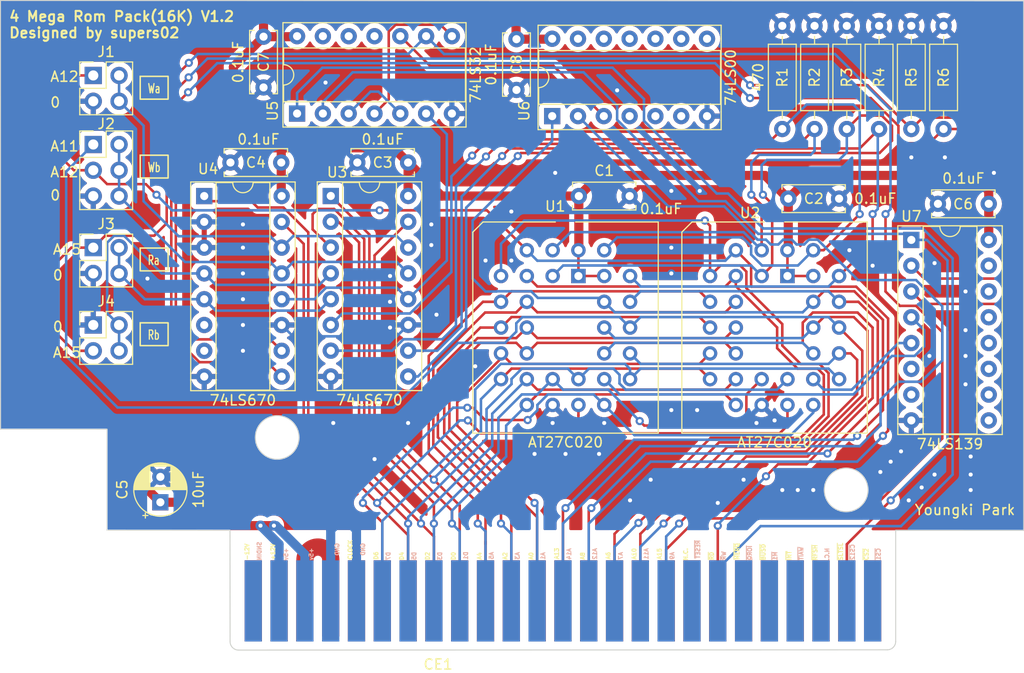
<source format=kicad_pcb>
(kicad_pcb (version 20221018) (generator pcbnew)
  (layers (0 "F.Cu" signal) (31 "B.Cu" signal) (34 "B.Paste" user) (35 "F.Paste" user) (36 "B.SilkS" user "B.Silkscreen") (37 "F.SilkS" user "F.Silkscreen") (38 "B.Mask" user) (39 "F.Mask" user) (44 "Edge.Cuts" user))
  (net 0 "")
  (net 1 "+5V")
  (net 2 "GND")
  (net 9 "/D6")
  (net 10 "/D7")
  (net 11 "/D4")
  (net 12 "/D5")
  (net 13 "/D2")
  (net 14 "/D3")
  (net 15 "/D0")
  (net 16 "/D1")
  (net 17 "/A4")
  (net 18 "/A5")
  (net 19 "/A2")
  (net 20 "/A3")
  (net 21 "/A0")
  (net 22 "/A1")
  (net 23 "/A13")
  (net 24 "/A8")
  (net 25 "/A12")
  (net 26 "/A6")
  (net 27 "/A7")
  (net 28 "/A10")
  (net 29 "/A11")
  (net 30 "/A15")
  (net 31 "/A9")
  (net 34 "/{slash}RD")
  (net 35 "/{slash}WR")
  (net 44 "/{slash}SLTSL")
  (net 48 "/MA14")
  (net 49 "/MA15")
  (net 50 "/MA16")
  (net 51 "/MA17")
  (net 52 "/ROM_CE1")
  (net 53 "/ROM_CE2")
  (net 54 "Net-(J1-Pin_2)")
  (net 55 "/A14")
  (net 56 "Net-(U4-Q2)")
  (net 57 "Net-(U4-Q1)")
  (net 58 "Net-(J4-Pin_2)")
  (net 59 "Net-(J3-Pin_2)")
  (net 60 "Net-(U3-~{Ew})")
  (net 61 "Net-(J2-Pin_2)")
  (net 62 "Net-(U5-Pad3)")
  (net 63 "Net-(U5-Pad4)")
  (net 64 "Net-(U5-Pad10)")
  (footprint "Capacitor_THT:C_Disc_D6.0mm_W2.5mm_P5.00mm" (layer "F.Cu") (at 164.124 107.442)
    (fp_text reference "C1")
    (fp_text value "0.1uF")
  )
  (footprint "Lib_add:card_edge_connector_MSX" (layer "F.Cu") (at 161.30016 144.17256)
    (fp_text reference "CE1")
    (fp_text value "Card_Edge_Connector_MSX")
  )
  (footprint "Capacitor_THT:C_Disc_D6.0mm_W2.5mm_P5.00mm" (layer "F.Cu") (at 157.988 91.988 -90)
    (fp_text reference "C8")
    (fp_text value "0.1uF")
  )
  (footprint "Capacitor_THT:CP_Radial_D5.0mm_P2.50mm" (layer "F.Cu") (at 122.936 137.603113 90)
    (fp_text reference "C5")
    (fp_text value "10uF")
  )
  (footprint "Resistor_THT:R_Axial_DIN0207_L6.3mm_D2.5mm_P10.16mm_Horizontal" (layer "F.Cu") (at 187.325 90.678 -90)
    (fp_text reference "R2")
    (fp_text value "470")
  )
  (footprint "Capacitor_THT:C_Disc_D6.0mm_W2.5mm_P5.00mm" (layer "F.Cu") (at 133.091 91.744 -90)
    (fp_text reference "C7")
    (fp_text value "0.1uF")
  )
  (footprint "Capacitor_THT:C_Disc_D6.0mm_W2.5mm_P5.00mm" (layer "F.Cu") (at 184.738 107.696)
    (fp_text reference "C2")
    (fp_text value "0.1uF")
  )
  (footprint "Capacitor_THT:C_Disc_D6.0mm_W2.5mm_P5.00mm" (layer "F.Cu") (at 147.32 104.14 180)
    (fp_text reference "C3")
    (fp_text value "0.1uF")
  )
  (footprint "Resistor_THT:R_Axial_DIN0207_L6.3mm_D2.5mm_P10.16mm_Horizontal" (layer "F.Cu") (at 184.15 90.678 -90)
    (fp_text reference "R1")
    (fp_text value "470")
  )
  (footprint "Package_DIP:DIP-16_W7.62mm_Socket" (layer "F.Cu") (at 196.85 111.76)
    (fp_text reference "U7")
    (fp_text value "74LS139")
  )
  (footprint "Connector_PinHeader_2.54mm:PinHeader_2x02_P2.54mm_Vertical" (layer "F.Cu") (at 116.332 120.142)
    (fp_text reference "J4")
    (fp_text value "Conn_02x02")
  )
  (footprint "Package_DIP:DIP-16_W7.62mm_Socket" (layer "F.Cu") (at 127.254 107.442)
    (fp_text reference "U4")
    (fp_text value "74LS670")
  )
  (footprint "Capacitor_THT:C_Disc_D6.0mm_W2.5mm_P5.00mm" (layer "F.Cu") (at 129.834 104.14)
    (fp_text reference "C4")
    (fp_text value "0.1uF")
  )
  (footprint "Resistor_THT:R_Axial_DIN0207_L6.3mm_D2.5mm_P10.16mm_Horizontal" (layer "F.Cu") (at 190.5 90.678 -90)
    (fp_text reference "R3")
    (fp_text value "470")
  )
  (footprint "Resistor_THT:R_Axial_DIN0207_L6.3mm_D2.5mm_P10.16mm_Horizontal" (layer "F.Cu") (at 196.85 90.678 -90)
    (fp_text reference "R5")
    (fp_text value "470")
  )
  (footprint "Connector_PinHeader_2.54mm:PinHeader_2x03_P2.54mm_Vertical" (layer "F.Cu") (at 116.332 102.362)
    (fp_text reference "J2")
    (fp_text value "Conn_02x03")
  )
  (footprint "Package_DIP:DIP-16_W7.62mm_Socket" (layer "F.Cu") (at 139.71 107.432)
    (fp_text reference "U3")
    (fp_text value "74LS670")
  )
  (footprint "Connector_PinHeader_2.54mm:PinHeader_2x02_P2.54mm_Vertical" (layer "F.Cu") (at 116.332 95.562)
    (fp_text reference "J1")
    (fp_text value "Conn_02x02")
  )
  (footprint "Package_LCC:PLCC-32_THT-Socket" (layer "F.Cu") (at 184.658 115.316)
    (fp_text reference "U2")
    (fp_text value "AT27C020")
  )
  (footprint "Resistor_THT:R_Axial_DIN0207_L6.3mm_D2.5mm_P10.16mm_Horizontal" (layer "F.Cu") (at 200.025 90.678 -90)
    (fp_text reference "R6")
    (fp_text value "470")
  )
  (footprint "Capacitor_THT:C_Disc_D6.0mm_W2.5mm_P5.00mm" (layer "F.Cu") (at 204.47 108.204 180)
    (fp_text reference "C6")
    (fp_text value "0.1uF")
  )
  (footprint "Package_DIP:DIP-14_W7.62mm_Socket" (layer "F.Cu") (at 136.393 99.314 90)
    (fp_text reference "U5")
    (fp_text value "74LS32")
  )
  (footprint "Resistor_THT:R_Axial_DIN0207_L6.3mm_D2.5mm_P10.16mm_Horizontal" (layer "F.Cu") (at 193.675 90.678 -90)
    (fp_text reference "R4")
    (fp_text value "470")
  )
  (footprint "Connector_PinHeader_2.54mm:PinHeader_2x02_P2.54mm_Vertical" (layer "F.Cu") (at 116.332 112.522)
    (fp_text reference "J3")
    (fp_text value "Conn_02x02")
  )
  (footprint "Package_LCC:PLCC-32_THT-Socket" (layer "F.Cu") (at 164.084 115.316)
    (fp_text reference "U1")
    (fp_text value "AT27C020")
  )
  (footprint "Package_DIP:DIP-14_W7.62mm_Socket" (layer "F.Cu") (at 161.502 99.568 90)
    (fp_text reference "U6")
    (fp_text value "74LS00")
  )
  (gr_line (start 107.202515 88.180088) (end 207.902628 88.207667) (stroke (width 0.1)) (layer "Edge.Cuts"))
  (gr_line (start 207.902628 88.207667) (end 207.908887 140.36807) (stroke (width 0.1)) (layer "Edge.Cuts"))
  (gr_line (start 195.310294 151.310507) (end 195.310205 140.365116) (stroke (width 0.1)) (layer "Edge.Cuts"))
  (gr_line (start 195.310205 140.365116) (end 207.908887 140.36807) (stroke (width 0.1)) (layer "Edge.Cuts"))
  (gr_line (start 107.207706 130.396795) (end 107.202515 88.180088) (stroke (width 0.1)) (layer "Edge.Cuts"))
  (gr_line (start 117.689581 140.349632) (end 117.690672 130.401694) (stroke (width 0.1)) (layer "Edge.Cuts"))
  (gr_arc (start 130.637804 152.16249) (mid 130.045505 151.917602) (end 129.799081 151.325941) (stroke (width 0.1)) (layer "Edge.Cuts"))
  (gr_line (start 130.637804 152.16249) (end 194.498184 152.134642) (stroke (width 0.1)) (layer "Edge.Cuts"))
  (gr_line (start 117.690672 130.401694) (end 107.207706 130.396795) (stroke (width 0.1)) (layer "Edge.Cuts"))
  (gr_circle (center 190.434685 136.387476) (end 188.909593 137.902771) (stroke (width 0.1)) (fill none) (layer "Edge.Cuts"))
  (gr_circle (center 134.434637 131.219302) (end 132.759322 132.564779) (stroke (width 0.1)) (fill none) (layer "Edge.Cuts"))
  (gr_arc (start 195.310294 151.310507) (mid 195.073154 151.889025) (end 194.498184 152.134642) (stroke (width 0.1)) (layer "Edge.Cuts"))
  (gr_line (start 117.689581 140.349632) (end 129.789825 140.354063) (stroke (width 0.1)) (layer "Edge.Cuts"))
  (gr_line (start 129.789825 140.354063) (end 129.79908 151.325941) (stroke (width 0.1)) (layer "Edge.Cuts"))
  (gr_text "0" (at 112.268 120.904) (layer "F.SilkS") (effects (font (size 1 1)) (justify left bottom)))
  (gr_text "A12" (at 112.014 105.664) (layer "F.SilkS") (effects (font (size 1 1)) (justify left bottom)))
  (gr_text "Youngki Park" (at 197.104 138.938) (layer "F.SilkS") (effects (font (size 1 1)) (justify left bottom)))
  (gr_text "A11" (at 112.014 103.124) (layer "F.SilkS") (effects (font (size 1 1)) (justify left bottom)))
  (gr_text "A15" (at 112.268 113.284) (layer "F.SilkS") (effects (font (size 1 1)) (justify left bottom)))
  (gr_text "A12" (at 112.014 96.266) (layer "F.SilkS") (effects (font (size 1 1)) (justify left bottom)))
  (gr_text "0" (at 112.268 115.824) (layer "F.SilkS") (effects (font (size 1 1)) (justify left bottom)))
  (gr_text "0" (at 112.014 98.806) (layer "F.SilkS") (effects (font (size 1 1)) (justify left bottom)))
  (gr_text "0" (at 112.014 107.95) (layer "F.SilkS") (effects (font (size 1 1)) (justify left bottom)))
  (gr_text "4 Mega Rom Pack(16K) V1.2\nDesigned by supers02" (at 107.95 91.948) (layer "F.SilkS") (effects (font (size 1 1) (thickness 0.2) bold) (justify left bottom)))
  (gr_text "A15" (at 112.268 123.444) (layer "F.SilkS") (effects (font (size 1 1)) (justify left bottom)))
  (gr_text_box "Wb" (start 120.952539 103.418659) (end 123.698 105.664) (layer "F.SilkS") (effects (font (size 0.9 0.6) (thickness 0.125)) (justify left top)) (stroke (width 0.15)))
  (gr_text_box "Ra" (start 120.952539 112.562659) (end 123.698 114.808) (layer "F.SilkS") (effects (font (size 0.9 0.6) (thickness 0.125)) (justify left top)) (stroke (width 0.15)))
  (gr_text_box "Wa" (start 120.952539 95.651329) (end 123.698 97.89667) (layer "F.SilkS") (effects (font (size 0.9 0.6) (thickness 0.125)) (justify left top)) (stroke (width 0.15)))
  (gr_text_box "Rb" (start 120.952539 119.928659) (end 123.698 122.174) (layer "F.SilkS") (effects (font (size 0.9 0.6) (thickness 0.125)) (justify left top)) (stroke (width 0.15)))
  (segment (start 126.717634 139.902938) (end 124.417809 137.603113) (width 0.9) (layer "F.Cu") (net 1))
  (segment (start 166.156 105.41) (end 182.452 105.41) (width 0.9) (layer "F.Cu") (net 1))
  (segment (start 108.204 126.608549) (end 108.204 92.456) (width 0.9) (layer "F.Cu") (net 1))
  (segment (start 118.140759 132.807872) (end 118.140759 130.196745) (width 0.9) (layer "F.Cu") (net 1))
  (segment (start 145.87 102.69) (end 147.32 104.14) (width 0.9) (layer "F.Cu") (net 1))
  (segment (start 150.622 107.442) (end 164.124 107.442) (width 0.9) (layer "F.Cu") (net 1))
  (segment (start 133.091 91.744) (end 136.343 91.744) (width 0.9) (layer "F.Cu") (net 1))
  (segment (start 130.126033 100.749385) (end 132.066648 102.69) (width 0.9) (layer "F.Cu") (net 1))
  (segment (start 132.066648 102.69) (end 135.128 102.69) (width 0.9) (layer "F.Cu") (net 1))
  (segment (start 184.658 112.776) (end 184.658 115.316) (width 0.25) (layer "F.Cu") (net 1))
  (segment (start 204.47 106.934) (end 204.47 111.76) (width 0.9) (layer "F.Cu") (net 1))
  (segment (start 110.90024 129.304789) (end 108.204 126.608549) (width 0.9) (layer "F.Cu") (net 1))
  (segment (start 134.834 104.14) (end 134.834 107.402) (width 0.9) (layer "F.Cu") (net 1))
  (segment (start 184.738 112.696) (end 184.658 112.776) (width 0.9) (layer "F.Cu") (net 1))
  (segment (start 184.658 115.316) (end 187.198 115.316) (width 0.25) (layer "F.Cu") (net 1))
  (segment (start 133.091 90.158228) (end 131.572 88.639228) (width 0.9) (layer "F.Cu") (net 1))
  (segment (start 131.572 88.639228) (end 140.577016 88.639228) (width 0.9) (layer "F.Cu") (net 1))
  (segment (start 130.126033 94.708967) (end 130.126033 100.749385) (width 0.9) (layer "F.Cu") (net 1))
  (segment (start 118.140759 130.196745) (end 117.248803 129.304789) (width 0.9) (layer "F.Cu") (net 1))
  (segment (start 132.792063 139.904063) (end 129.79067 139.904063) (width 0.9) (layer "F.Cu") (net 1))
  (segment (start 187.024 105.41) (end 202.946 105.41) (width 0.9) (layer "F.Cu") (net 1))
  (segment (start 134.834 102.984) (end 134.834 104.14) (width 0.9) (layer "F.Cu") (net 1))
  (segment (start 134.834 107.402) (end 134.874 107.442) (width 0.9) (layer "F.Cu") (net 1))
  (segment (start 164.124 107.442) (end 166.156 105.41) (width 0.9) (layer "F.Cu") (net 1))
  (segment (start 124.417809 137.603113) (end 122.936 137.603113) (width 0.9) (layer "F.Cu") (net 1))
  (segment (start 112.020772 88.639228) (end 131.572 88.639228) (width 0.9) (layer "F.Cu") (net 1))
  (segment (start 135.128 102.69) (end 134.834 102.984) (width 0.9) (layer "F.Cu") (net 1))
  (segment (start 108.204 92.456) (end 112.020772 88.639228) (width 0.9) (layer "F.Cu") (net 1))
  (segment (start 164.124 107.442) (end 164.124 112.736) (width 0.9) (layer "F.Cu") (net 1))
  (segment (start 182.452 105.41) (end 184.738 107.696) (width 0.9) (layer "F.Cu") (net 1))
  (segment (start 164.084 115.316) (end 166.624 115.316) (width 0.25) (layer "F.Cu") (net 1))
  (segment (start 135.128 102.69) (end 145.87 102.69) (width 0.9) (layer "F.Cu") (net 1))
  (segment (start 184.738 107.696) (end 184.738 112.696) (width 0.9) (layer "F.Cu") (net 1))
  (segment (start 164.124 112.736) (end 164.084 112.776) (width 0.9) (layer "F.Cu") (net 1))
  (segment (start 184.738 107.696) (end 187.024 105.41) (width 0.9) (layer "F.Cu") (net 1))
  (segment (start 156.44452 88.643574) (end 157.946 90.145054) (width 0.9) (layer "F.Cu") (net 1))
  (segment (start 134.112 139.904063) (end 132.792063 139.904063) (width 0.9) (layer "F.Cu") (net 1))
  (segment (start 129.79067 139.904063) (end 126.717634 139.902938) (width 0.9) (layer "F.Cu") (net 1))
  (segment (start 122.936 137.603113) (end 118.140759 132.807872) (width 0.9) (layer "F.Cu") (net 1))
  (segment (start 147.32 104.14) (end 147.32 107.422) (width 0.9) (layer "F.Cu") (net 1))
  (segment (start 161.462 91.988) (end 161.502 91.948) (width 0.9) (layer "F.Cu") (net 1))
  (segment (start 147.32 107.422) (end 147.33 107.432) (width 0.9) (layer "F.Cu") (net 1))
  (segment (start 164.084 115.316) (end 164.084 112.776) (width 0.25) (layer "F.Cu") (net 1))
  (segment (start 147.32 104.14) (end 150.622 107.442) (width 0.9) (layer "F.Cu") (net 1))
  (segment (start 157.988 91.988) (end 161.462 91.988) (width 0.9) (layer "F.Cu") (net 1))
  (segment (start 140.577016 88.639228) (end 156.44452 88.643574) (width 0.9) (layer "F.Cu") (net 1))
  (segment (start 157.946 90.145054) (end 157.946 91.998) (width 0.9) (layer "F.Cu") (net 1))
  (segment (start 117.248803 129.304789) (end 110.90024 129.304789) (width 0.9) (layer "F.Cu") (net 1))
  (segment (start 133.091 91.744) (end 130.126033 94.708967) (width 0.9) (layer "F.Cu") (net 1))
  (segment (start 136.343 91.744) (end 136.393 91.694) (width 0.9) (layer "F.Cu") (net 1))
  (segment (start 202.946 105.41) (end 204.47 106.934) (width 0.9) (layer "F.Cu") (net 1))
  (segment (start 133.091 91.744) (end 133.091 90.158228) (width 0.9) (layer "F.Cu") (net 1))
  (via (at 132.792063 139.904063) (size 1) (drill 0.4) (layers "F.Cu" "B.Cu") (net 1))
  (via (at 134.112 139.904063) (size 1) (drill 0.4) (layers "F.Cu" "B.Cu") (net 1))
  (segment (start 132.792063 139.904063) (end 134.62 141.732) (width 0.9) (layer "B.Cu") (net 1))
  (segment (start 134.316063 139.904063) (end 137.16 142.748) (width 0.9) (layer "B.Cu") (net 1))
  (segment (start 134.112 139.904063) (end 134.316063 139.904063) (width 0.9) (layer "B.Cu") (net 1))
  (segment (start 137.16 142.748) (end 137.16 147.32) (width 0.9) (layer "B.Cu") (net 1))
  (segment (start 134.62 141.732) (end 134.62 147.32) (width 0.9) (layer "B.Cu") (net 1))
  (via (at 173.228 115.062) (size 0.8) (drill 0.4) (layers "F.Cu" "B.Cu") (net 2))
  (via (at 196.85 103.632) (size 0.8) (drill 0.4) (layers "F.Cu" "B.Cu") (net 2))
  (via (at 131.064 115.062) (size 0.8) (drill 0.4) (layers "F.Cu" "B.Cu") (net 2))
  (via (at 131.064 112.522) (size 0.8) (drill 0.4) (layers "F.Cu" "B.Cu") (net 2))
  (via (at 154.94 113.792) (size 0.8) (drill 0.4) (layers "F.Cu" "B.Cu") (net 2))
  (via (at 199.136 134.874) (size 0.8) (drill 0.4) (layers "F.Cu" "B.Cu") (net 2))
  (via (at 202.184 120.65) (size 0.8) (drill 0.4) (layers "F.Cu" "B.Cu") (net 2))
  (via (at 204.978 105.156) (size 0.8) (drill 0.4) (layers "F.Cu" "B.Cu") (net 2))
  (via (at 159.766 132.842) (size 0.8) (drill 0.4) (layers "F.Cu" "B.Cu") (net 2))
  (via (at 131.064 122.682) (size 0.8) (drill 0.4) (layers "F.Cu" "B.Cu") (net 2))
  (via (at 202.692 134.874) (size 0.8) (drill 0.4) (layers "F.Cu" "B.Cu") (net 2))
  (via (at 194.818 133.604) (size 0.8) (drill 0.4) (layers "F.Cu" "B.Cu") (net 2))
  (via (at 197.866 136.144) (size 0.8) (drill 0.4) (layers "F.Cu" "B.Cu") (net 2))
  (via (at 145.542 117.856) (size 0.8) (drill 0.4) (layers "F.Cu" "B.Cu") (net 2))
  (via (at 162.814 132.842) (size 0.8) (drill 0.4) (layers "F.Cu" "B.Cu") (net 2))
  (via (at 161.544 129.794) (size 0.8) (drill 0.4) (layers "F.Cu" "B.Cu") (net 2))
  (via (at 202.184 123.19) (size 0.8) (drill 0.4) (layers "F.Cu" "B.Cu") (net 2))
  (via (at 195.834 132.588) (size 0.8) (drill 0.4) (layers "F.Cu" "B.Cu") (net 2))
  (via (at 202.692 133.096) (size 0.8) (drill 0.4) (layers "F.Cu" "B.Cu") (net 2))
  (via (at 169.164 137.414) (size 0.8) (drill 0.4) (layers "F.Cu" "B.Cu") (net 2))
  (via (at 193.802 134.62) (size 0.8) (drill 0.4) (layers "F.Cu" "B.Cu") (net 2))
  (via (at 202.184 116.84) (size 0.8) (drill 0.4) (layers "F.Cu" "B.Cu") (net 2))
  (via (at 176.022 106.934) (size 0.8) (drill 0.4) (layers "F.Cu" "B.Cu") (net 2))
  (via (at 166.624 129.794) (size 0.8) (drill 0.4) (layers "F.Cu" "B.Cu") (net 2))
  (via (at 150.114 119.126) (size 0.8) (drill 0.4) (layers "F.Cu" "B.Cu") (net 2))
  (via (at 184.15 136.398) (size 0.8) (drill 0.4) (layers "F.Cu" "B.Cu") (net 2))
  (via (at 149.606 112.268) (size 0.8) (drill 0.4) (layers "F.Cu" "B.Cu") (net 2))
  (via (at 196.596 137.414) (size 0.8) (drill 0.4) (layers "F.Cu" "B.Cu") (net 2))
  (via (at 198.628 123.19) (size 0.8) (drill 0.4) (layers "F.Cu" "B.Cu") (net 2))
  (via (at 171.196 135.382) (size 0.8) (drill 0.4) (layers "F.Cu" "B.Cu") (net 2))
  (via (at 180.34 135.382) (size 0.8) (drill 0.4) (layers "F.Cu" "B.Cu") (net 2))
  (via (at 144.018 133.35) (size 0.8) (drill 0.4) (layers "F.Cu" "B.Cu") (net 2))
  (via (at 145.542 115.316) (size 0.8) (drill 0.4) (layers "F.Cu" "B.Cu") (net 2))
  (via (at 147.32 129.794) (size 0.8) (drill 0.4) (layers "F.Cu" "B.Cu") (net 2))
  (via (at 166.116 132.842) (size 0.8) (drill 0.4) (layers "F.Cu" "B.Cu") (net 2))
  (via (at 131.064 120.142) (size 0.8) (drill 0.4) (layers "F.Cu" "B.Cu") (net 2))
  (via (at 202.184 125.984) (size 0.8) (drill 0.4) (layers "F.Cu" "B.Cu") (net 2))
  (via (at 149.606 110.236) (size 0.8) (drill 0.4) (layers "F.Cu" "B.Cu") (net 2))
  (via (at 121.666 115.57) (size 0.8) (drill 0.4) (layers "F.Cu" "B.Cu") (net 2))
  (via (at 153.924 124.206) (size 0.8) (drill 0.4) (layers "F.Cu" "B.Cu") (net 2))
  (via (at 181.61 129.794) (size 0.8) (drill 0.4) (layers "F.Cu" "B.Cu") (net 2))
  (via (at 200.152 103.632) (size 0.8) (drill 0.4) (layers "F.Cu" "B.Cu") (net 2))
  (via (at 187.198 136.398) (size 0.8) (drill 0.4) (layers "F.Cu" "B.Cu") (net 2))
  (via (at 175.768 128.524) (size 0.8) (drill 0.4) (layers "F.Cu" "B.Cu") (net 2))
  (via (at 177.8 137.668) (size 0.8) (drill 0.4) (layers "F.Cu" "B.Cu") (net 2))
  (via (at 161.798 105.156) (size 0.8) (drill 0.4) (layers "F.Cu" "B.Cu") (net 2))
  (via (at 173.228 112.522) (size 0.8) (drill 0.4) (layers "F.Cu" "B.Cu") (net 2))
  (via (at 202.692 136.398) (size 0.8) (drill 0.4) (layers "F.Cu" "B.Cu") (net 2))
  (via (at 145.542 120.396) (size 0.8) (drill 0.4) (layers "F.Cu" "B.Cu") (net 2))
  (via (at 190.754 112.776) (size 0.8) (drill 0.4) (layers "F.Cu" "B.Cu") (net 2))
  (via (at 173.228 128.524) (size 0.8) (drill 0.4) (layers "F.Cu" "B.Cu") (net 2))
  (via (at 139.192 96.266) (size 0.8) (drill 0.4) (layers "F.Cu" "B.Cu") (net 2))
  (via (at 167.894 97.028) (size 0.8) (drill 0.4) (layers "F.Cu" "B.Cu") (net 2))
  (via (at 139.954 129.794) (size 0.8) (drill 0.4) (layers "F.Cu" "B.Cu") (net 2))
  (via (at 193.04 114.3) (size 0.8) (drill 0.4) (layers "F.Cu" "B.Cu") (net 2))
  (via (at 173.228 106.934) (size 0.8) (drill 0.4) (layers "F.Cu" "B.Cu") (net 2))
  (via (at 157.48 108.966) (size 0.8) (drill 0.4) (layers "F.Cu" "B.Cu") (net 2))
  (via (at 199.136 114.046) (size 0.8) (drill 0.4) (layers "F.Cu" "B.Cu") (net 2))
  (via (at 131.064 117.602) (size 0.8) (drill 0.4) (layers "F.Cu" "B.Cu") (net 2))
  (via (at 185.674 136.398) (size 0.8) (drill 0.4) (layers "F.Cu" "B.Cu") (net 2))
  (via (at 157.48 113.792) (size 0.8) (drill 0.4) (layers "F.Cu" "B.Cu") (net 2))
  (via (at 131.064 110.236) (size 0.8) (drill 0.4) (layers "F.Cu" "B.Cu") (net 2))
  (via (at 183.388 129.54) (size 0.8) (drill 0.4) (layers "F.Cu" "B.Cu") (net 2))
  (segment (start 140.0175 140.0175) (end 140.335 139.7) (width 0.9) (layer "B.Cu") (net 2))
  (segment (start 142.24 140.335) (end 142.24 147.32) (width 0.9) (layer "B.Cu") (net 2))
  (segment (start 135.989 121.257) (end 146.205 121.257) (width 0.25) (layer "B.Cu") (net 2))
  (segment (start 135.103113 135.103113) (end 140.0175 140.0175) (width 0.9) (layer "B.Cu") (net 2))
  (segment (start 134.874 120.142) (end 135.989 121.257) (width 0.25) (layer "B.Cu") (net 2))
  (segment (start 122.936 135.103113) (end 135.103113 135.103113) (width 0.9) (layer "B.Cu") (net 2))
  (segment (start 141.605 139.7) (end 142.24 140.335) (width 0.9) (layer "B.Cu") (net 2))
  (segment (start 139.7 140.335) (end 140.0175 140.0175) (width 0.9) (layer "B.Cu") (net 2))
  (segment (start 139.7 147.32) (end 139.7 140.335) (width 0.9) (layer "B.Cu") (net 2))
  (segment (start 146.205 121.257) (end 147.33 120.132) (width 0.25) (layer "B.Cu") (net 2))
  (segment (start 140.335 139.7) (end 141.605 139.7) (width 0.9) (layer "B.Cu") (net 2))
  (segment (start 144.78 139.573) (end 144.78 147.32) (width 0.25) (layer "F.Cu") (net 9))
  (segment (start 153.150371 128.287706) (end 153.687706 128.287706) (width 0.25) (layer "F.Cu") (net 9))
  (segment (start 154.901306 129.501306) (end 159.085132 129.501306) (width 0.25) (layer "F.Cu") (net 9))
  (segment (start 153.687706 128.287706) (end 154.901306 129.501306) (width 0.25) (layer "F.Cu") (net 9))
  (segment (start 142.875 137.668) (end 144.78 139.573) (width 0.25) (layer "F.Cu") (net 9))
  (via (at 159.085132 129.501306) (size 0.8) (drill 0.4) (layers "F.Cu" "B.Cu") (net 9))
  (via (at 153.150371 128.287706) (size 0.8) (drill 0.4) (layers "F.Cu" "B.Cu") (net 9))
  (via (at 142.875 137.668) (size 0.8) (drill 0.4) (layers "F.Cu" "B.Cu") (net 9))
  (segment (start 160.046524 128.009676) (end 160.046524 128.539914) (width 0.25) (layer "B.Cu") (net 9))
  (segment (start 184.980501 130.995499) (end 169.603499 130.995499) (width 0.25) (layer "B.Cu") (net 9))
  (segment (start 165.5878 126.9798) (end 161.0764 126.9798) (width 0.25) (layer "B.Cu") (net 9))
  (segment (start 160.046524 128.539914) (end 159.085132 129.501306) (width 0.25) (layer "B.Cu") (net 9))
  (segment (start 161.0764 126.9798) (end 160.046524 128.009676) (width 0.25) (layer "B.Cu") (net 9))
  (segment (start 169.603499 130.995499) (end 166.624 128.016) (width 0.25) (layer "B.Cu") (net 9))
  (segment (start 187.198 128.016) (end 187.198 128.778) (width 0.25) (layer "B.Cu") (net 9))
  (segment (start 187.198 128.778) (end 184.980501 130.995499) (width 0.25) (layer "B.Cu") (net 9))
  (segment (start 142.875 137.16) (end 142.875 137.668) (width 0.25) (layer "B.Cu") (net 9))
  (segment (start 166.624 128.016) (end 165.5878 126.9798) (width 0.25) (layer "B.Cu") (net 9))
  (segment (start 153.150371 128.287706) (end 151.747294 128.287706) (width 0.25) (layer "B.Cu") (net 9))
  (segment (start 151.747294 128.287706) (end 142.875 137.16) (width 0.25) (layer "B.Cu") (net 9))
  (segment (start 153.924 126.492) (end 156.4438 123.9722) (width 0.25) (layer "B.Cu") (net 10))
  (segment (start 169.164 124.470212) (end 169.164 125.476) (width 0.25) (layer "B.Cu") (net 10))
  (segment (start 170.2002 124.4398) (end 188.7018 124.4398) (width 0.25) (layer "B.Cu") (net 10))
  (segment (start 144.78 147.32) (end 144.78 139.436695) (width 0.25) (layer "B.Cu") (net 10))
  (segment (start 153.924 130.292695) (end 153.924 126.492) (width 0.25) (layer "B.Cu") (net 10))
  (segment (start 156.4438 123.9722) (end 168.665988 123.9722) (width 0.25) (layer "B.Cu") (net 10))
  (segment (start 144.78 139.436695) (end 153.924 130.292695) (width 0.25) (layer "B.Cu") (net 10))
  (segment (start 169.164 125.476) (end 170.2002 124.4398) (width 0.25) (layer "B.Cu") (net 10))
  (segment (start 168.665988 123.9722) (end 169.164 124.470212) (width 0.25) (layer "B.Cu") (net 10))
  (segment (start 188.7018 124.4398) (end 189.738 125.476) (width 0.25) (layer "B.Cu") (net 10))
  (segment (start 144.272 137.795) (end 147.32 140.843) (width 0.25) (layer "F.Cu") (net 11))
  (segment (start 163.322 130.81) (end 154.4695 130.81) (width 0.25) (layer "F.Cu") (net 11))
  (segment (start 164.084 129.032) (end 164.084 130.048) (width 0.25) (layer "F.Cu") (net 11))
  (segment (start 144.272 137.668) (end 144.272 137.795) (width 0.25) (layer "F.Cu") (net 11))
  (segment (start 137.046294 130.442294) (end 137.046294 112.154294) (width 0.25) (layer "F.Cu") (net 11))
  (segment (start 164.084 130.048) (end 163.322 130.81) (width 0.25) (layer "F.Cu") (net 11))
  (segment (start 183.896 130.81) (end 164.846 130.81) (width 0.25) (layer "F.Cu") (net 11))
  (segment (start 184.658 128.016) (end 184.658 130.048) (width 0.25) (layer "F.Cu") (net 11))
  (segment (start 184.658 130.048) (end 183.896 130.81) (width 0.25) (layer "F.Cu") (net 11))
  (segment (start 164.846 130.81) (end 164.084 130.048) (width 0.25) (layer "F.Cu") (net 11))
  (segment (start 147.32 140.843) (end 147.32 147.32) (width 0.25) (layer "F.Cu") (net 11))
  (segment (start 164.084 129.032) (end 164.084 128.016) (width 0.25) (layer "F.Cu") (net 11))
  (segment (start 154.4695 130.81) (end 153.1995 129.54) (width 0.25) (layer "F.Cu") (net 11))
  (segment (start 144.272 137.668) (end 137.046294 130.442294) (width 0.25) (layer "F.Cu") (net 11))
  (segment (start 137.046294 112.154294) (end 134.874 109.982) (width 0.25) (layer "F.Cu") (net 11))
  (via (at 153.1995 129.54) (size 0.8) (drill 0.4) (layers "F.Cu" "B.Cu") (net 11))
  (via (at 144.272 137.668) (size 0.8) (drill 0.4) (layers "F.Cu" "B.Cu") (net 11))
  (segment (start 144.272 137.668) (end 152.4 129.54) (width 0.25) (layer "B.Cu") (net 11))
  (segment (start 152.4 129.54) (end 153.1995 129.54) (width 0.25) (layer "B.Cu") (net 11))
  (segment (start 127.254 107.442) (end 127.762 107.95) (width 0.25) (layer "F.Cu") (net 12))
  (segment (start 131.892991 107.95) (end 132.509991 108.567) (width 0.25) (layer "F.Cu") (net 12))
  (segment (start 135.049991 108.567) (end 137.495795 111.012804) (width 0.25) (layer "F.Cu") (net 12))
  (segment (start 127.762 107.95) (end 131.892991 107.95) (width 0.25) (layer "F.Cu") (net 12))
  (segment (start 137.495795 129.621795) (end 147.32 139.446) (width 0.25) (layer "F.Cu") (net 12))
  (segment (start 132.509991 108.567) (end 135.049991 108.567) (width 0.25) (layer "F.Cu") (net 12))
  (segment (start 137.495795 111.012804) (end 137.495795 129.621795) (width 0.25) (layer "F.Cu") (net 12))
  (segment (start 147.32 139.446) (end 147.32 139.7) (width 0.25) (layer "F.Cu") (net 12))
  (via (at 147.32 139.7) (size 0.8) (drill 0.4) (layers "F.Cu" "B.Cu") (net 12))
  (segment (start 155.041033 131.343967) (end 147.32 139.065) (width 0.25) (layer "B.Cu") (net 12))
  (segment (start 167.520809 124.4398) (end 168.1278 125.046791) (width 0.25) (layer "B.Cu") (net 12))
  (segment (start 165.1202 124.4398) (end 167.520809 124.4398) (width 0.25) (layer "B.Cu") (net 12))
  (segment (start 168.1278 125.046791) (end 168.1278 125.905209) (width 0.25) (layer "B.Cu") (net 12))
  (segment (start 163.0478 124.4398) (end 158.5162 124.4398) (width 0.25) (layer "B.Cu") (net 12))
  (segment (start 164.084 125.476) (end 165.1202 124.4398) (width 0.25) (layer "B.Cu") (net 12))
  (segment (start 168.1278 125.905209) (end 168.734791 126.5122) (width 0.25) (layer "B.Cu") (net 12))
  (segment (start 157.5002 125.4558) (end 157.5002 125.9638) (width 0.25) (layer "B.Cu") (net 12))
  (segment (start 147.32 139.7) (end 147.32 147.32) (width 0.25) (layer "B.Cu") (net 12))
  (segment (start 183.6218 126.5122) (end 184.658 125.476) (width 0.25) (layer "B.Cu") (net 12))
  (segment (start 157.5002 125.9638) (end 155.041033 128.422967) (width 0.25) (layer "B.Cu") (net 12))
  (segment (start 155.041033 128.422967) (end 155.041033 131.343967) (width 0.25) (layer "B.Cu") (net 12))
  (segment (start 158.5162 124.4398) (end 157.5002 125.4558) (width 0.25) (layer "B.Cu") (net 12))
  (segment (start 147.32 139.065) (end 147.32 139.7) (width 0.25) (layer "B.Cu") (net 12))
  (segment (start 164.084 125.476) (end 163.0478 124.4398) (width 0.25) (layer "B.Cu") (net 12))
  (segment (start 168.734791 126.5122) (end 183.6218 126.5122) (width 0.25) (layer "B.Cu") (net 12))
  (segment (start 142.494 112.014) (end 142.494 133.604) (width 0.25) (layer "F.Cu") (net 13))
  (segment (start 160.0402 126.5122) (end 178.5418 126.5122) (width 0.25) (layer "F.Cu") (net 13))
  (segment (start 142.494 133.604) (end 149.86 140.97) (width 0.25) (layer "F.Cu") (net 13))
  (segment (start 159.004 125.476) (end 160.0402 126.5122) (width 0.25) (layer "F.Cu") (net 13))
  (segment (start 139.71 109.972) (end 140.452 109.972) (width 0.25) (layer "F.Cu") (net 13))
  (segment (start 178.5418 126.5122) (end 179.578 125.476) (width 0.25) (layer "F.Cu") (net 13))
  (segment (start 140.452 109.972) (end 142.494 112.014) (width 0.25) (layer "F.Cu") (net 13))
  (segment (start 149.86 140.97) (end 149.86 147.32) (width 0.25) (layer "F.Cu") (net 13))
  (via (at 148.59 139.7) (size 0.8) (drill 0.4) (layers "F.Cu" "B.Cu") (net 13))
  (segment (start 155.599707 132.053897) (end 148.59 139.063604) (width 0.25) (layer "B.Cu") (net 13))
  (segment (start 155.599707 128.880293) (end 155.599707 132.053897) (width 0.25) (layer "B.Cu") (net 13))
  (segment (start 159.004 125.476) (end 155.599707 128.880293) (width 0.25) (layer "B.Cu") (net 13))
  (segment (start 148.59 139.063604) (end 148.59 139.7) (width 0.25) (layer "B.Cu") (net 13))
  (segment (start 180.6142 129.0118) (end 180.6142 126.9798) (width 0.25) (layer "F.Cu") (net 14))
  (segment (start 170.115802 129.604198) (end 170.559604 130.048) (width 0.25) (layer "F.Cu") (net 14))
  (segment (start 170.559604 130.048) (end 179.578 130.048) (width 0.25) (layer "F.Cu") (net 14))
  (segment (start 137.922 110.724) (end 139.71 112.512) (width 0.25) (layer "F.Cu") (net 14))
  (segment (start 138.43 108.712) (end 137.922 109.22) (width 0.25) (layer "F.Cu") (net 14))
  (segment (start 140.040991 108.712) (end 138.43 108.712) (width 0.25) (layer "F.Cu") (net 14))
  (segment (start 149.86 137.668) (end 143.002 130.81) (width 0.25) (layer "F.Cu") (net 14))
  (segment (start 149.86 139.7) (end 149.86 137.668) (width 0.25) (layer "F.Cu") (net 14))
  (segment (start 179.578 130.048) (end 180.6142 129.0118) (width 0.25) (layer "F.Cu") (net 14))
  (segment (start 180.6142 126.9798) (end 182.118 125.476) (width 0.25) (layer "F.Cu") (net 14))
  (segment (start 143.002 130.81) (end 143.002 111.673009) (width 0.25) (layer "F.Cu") (net 14))
  (segment (start 137.922 109.22) (end 137.922 110.724) (width 0.25) (layer "F.Cu") (net 14))
  (segment (start 143.002 111.673009) (end 140.040991 108.712) (width 0.25) (layer "F.Cu") (net 14))
  (via (at 170.115802 129.604198) (size 0.8) (drill 0.4) (layers "F.Cu" "B.Cu") (net 14))
  (via (at 149.86 139.7) (size 0.8) (drill 0.4) (layers "F.Cu" "B.Cu") (net 14))
  (segment (start 156.21 129.286) (end 158.5162 126.9798) (width 0.25) (layer "B.Cu") (net 14))
  (segment (start 170.115802 129.604198) (end 167.023804 126.5122) (width 0.25) (layer "B.Cu") (net 14))
  (segment (start 158.5162 126.9798) (end 160.0402 126.9798) (width 0.25) (layer "B.Cu") (net 14))
  (segment (start 167.023804 126.5122) (end 162.5802 126.5122) (width 0.25) (layer "B.Cu") (net 14))
  (segment (start 149.86 139.063604) (end 156.21 132.713604) (width 0.25) (layer "B.Cu") (net 14))
  (segment (start 149.86 139.7) (end 149.86 139.063604) (width 0.25) (layer "B.Cu") (net 14))
  (segment (start 160.0402 126.9798) (end 161.544 125.476) (width 0.25) (layer "B.Cu") (net 14))
  (segment (start 149.86 139.7) (end 149.86 147.32) (width 0.25) (layer "B.Cu") (net 14))
  (segment (start 162.5802 126.5122) (end 161.544 125.476) (width 0.25) (layer "B.Cu") (net 14))
  (segment (start 156.21 132.713604) (end 156.21 129.286) (width 0.25) (layer "B.Cu") (net 14))
  (segment (start 176.0018 124.4398) (end 177.038 125.476) (width 0.25) (layer "F.Cu") (net 15))
  (segment (start 147.33 109.972) (end 144.018 113.284) (width 0.25) (layer "F.Cu") (net 15))
  (segment (start 157.5002 124.4398) (end 176.0018 124.4398) (width 0.25) (layer "F.Cu") (net 15))
  (segment (start 144.018 129.54) (end 152.4 137.922) (width 0.25) (layer "F.Cu") (net 15))
  (segment (start 152.4 137.922) (end 152.4 147.32) (width 0.25) (layer "F.Cu") (net 15))
  (segment (start 144.018 113.284) (end 144.018 129.54) (width 0.25) (layer "F.Cu") (net 15))
  (segment (start 156.464 125.476) (end 157.5002 124.4398) (width 0.25) (layer "F.Cu") (net 15))
  (via (at 149.86 135.382) (size 0.8) (drill 0.4) (layers "F.Cu" "B.Cu") (net 15))
  (segment (start 154.49 130.625) (end 154.49 127.45) (width 0.25) (layer "B.Cu") (net 15))
  (segment (start 149.86 135.255) (end 154.49 130.625) (width 0.25) (layer "B.Cu") (net 15))
  (segment (start 149.86 135.382) (end 149.86 135.255) (width 0.25) (layer "B.Cu") (net 15))
  (segment (start 154.49 127.45) (end 156.464 125.476) (width 0.25) (layer "B.Cu") (net 15))
  (segment (start 143.51 111.232) (end 139.71 107.432) (width 0.25) (layer "F.Cu") (net 16))
  (segment (start 143.51 130.302) (end 143.51 111.232) (width 0.25) (layer "F.Cu") (net 16))
  (segment (start 159.004 128.016) (end 160.0402 126.9798) (width 0.25) (layer "F.Cu") (net 16))
  (segment (start 151.638 139.7) (end 151.638 138.43) (width 0.25) (layer "F.Cu") (net 16))
  (segment (start 160.0402 126.9798) (end 178.5418 126.9798) (width 0.25) (layer "F.Cu") (net 16))
  (segment (start 151.638 138.43) (end 143.51 130.302) (width 0.25) (layer "F.Cu") (net 16))
  (segment (start 178.5418 126.9798) (end 179.578 128.016) (width 0.25) (layer "F.Cu") (net 16))
  (via (at 151.638 139.7) (size 0.8) (drill 0.4) (layers "F.Cu" "B.Cu") (net 16))
  (segment (start 151.638 138.43) (end 156.972 133.096) (width 0.25) (layer "B.Cu") (net 16))
  (segment (start 152.4 140.462) (end 152.4 147.32) (width 0.25) (layer "B.Cu") (net 16))
  (segment (start 156.972 130.048) (end 159.004 128.016) (width 0.25) (layer "B.Cu") (net 16))
  (segment (start 156.972 133.096) (end 156.972 130.048) (width 0.25) (layer "B.Cu") (net 16))
  (segment (start 151.638 139.7) (end 151.638 138.43) (width 0.25) (layer "B.Cu") (net 16))
  (segment (start 151.638 139.7) (end 152.4 140.462) (width 0.25) (layer "B.Cu") (net 16))
  (segment (start 154.9022 118.9098) (end 149.802499 124.009501) (width 0.25) (layer "F.Cu") (net 17))
  (segment (start 154.94 137.16138) (end 154.94 141.732) (width 0.25) (layer "F.Cu") (net 17))
  (segment (start 178.5418 118.8922) (end 179.578 117.856) (width 0.25) (layer "F.Cu") (net 17))
  (segment (start 159.004 117.856) (end 160.0402 118.8922) (width 0.25) (layer "F.Cu") (net 17))
  (segment (start 154.94 147.32) (end 154.94 141.478) (width 0.25) (layer "F.Cu") (net 17))
  (segment (start 149.802499 124.009501) (end 149.802499 132.023879) (width 0.25) (layer "F.Cu") (net 17))
  (segment (start 159.004 117.856) (end 157.9502 118.9098) (width 0.25) (layer "F.Cu") (net 17))
  (segment (start 160.0402 118.8922) (end 178.5418 118.8922) (width 0.25) (layer "F.Cu") (net 17))
  (segment (start 157.9502 118.9098) (end 154.9022 118.9098) (width 0.25) (layer "F.Cu") (net 17))
  (segment (start 149.802499 132.023879) (end 154.94 137.16138) (width 0.25) (layer "F.Cu") (net 17))
  (segment (start 176.0018 116.8198) (end 177.038 117.856) (width 0.25) (layer "F.Cu") (net 18))
  (segment (start 156.464 117.856) (end 154.686 117.856) (width 0.25) (layer "F.Cu") (net 18))
  (segment (start 156.464 117.856) (end 157.5002 116.8198) (width 0.25) (layer "F.Cu") (net 18))
  (segment (start 154.178 137.668) (end 154.178 139.7) (width 0.25) (layer "F.Cu") (net 18))
  (segment (start 149.352499 123.189501) (end 149.352499 132.842499) (width 0.25) (layer "F.Cu") (net 18))
  (segment (start 149.352499 132.842499) (end 154.178 137.668) (width 0.25) (layer "F.Cu") (net 18))
  (segment (start 157.5002 116.8198) (end 176.0018 116.8198) (width 0.25) (layer "F.Cu") (net 18))
  (segment (start 154.686 117.856) (end 149.352499 123.189501) (width 0.25) (layer "F.Cu") (net 18))
  (via (at 154.178 139.7) (size 0.8) (drill 0.4) (layers "F.Cu" "B.Cu") (net 18))
  (segment (start 154.178 139.7) (end 154.94 140.462) (width 0.25) (layer "B.Cu") (net 18))
  (segment (start 154.94 140.462) (end 154.94 147.32) (width 0.25) (layer "B.Cu") (net 18))
  (segment (start 159.004 120.396) (end 160.0402 121.4322) (width 0.25) (layer "F.Cu") (net 19))
  (segment (start 160.0402 121.4322) (end 178.5418 121.4322) (width 0.25) (layer "F.Cu") (net 19))
  (segment (start 150.876 124.714) (end 150.876 130.873327) (width 0.25) (layer "F.Cu") (net 19))
  (segment (start 150.876 130.873327) (end 157.48 137.477327) (width 0.25) (layer "F.Cu") (net 19))
  (segment (start 159.004 120.396) (end 157.9678 121.4322) (width 0.25) (layer "F.Cu") (net 19))
  (segment (start 178.5418 121.4322) (end 179.578 120.396) (width 0.25) (layer "F.Cu") (net 19))
  (segment (start 154.1578 121.4322) (end 150.876 124.714) (width 0.25) (layer "F.Cu") (net 19))
  (segment (start 157.9678 121.4322) (end 154.1578 121.4322) (width 0.25) (layer "F.Cu") (net 19))
  (segment (start 157.48 137.477327) (end 157.48 147.32) (width 0.25) (layer "F.Cu") (net 19))
  (segment (start 156.464 120.396) (end 154.432 120.396) (width 0.25) (layer "F.Cu") (net 20))
  (segment (start 156.464 137.414) (end 156.464 139.7) (width 0.25) (layer "F.Cu") (net 20))
  (segment (start 176.0018 119.3598) (end 177.038 120.396) (width 0.25) (layer "F.Cu") (net 20))
  (segment (start 154.432 120.396) (end 150.252 124.576) (width 0.25) (layer "F.Cu") (net 20))
  (segment (start 150.252 124.576) (end 150.252 131.202) (width 0.25) (layer "F.Cu") (net 20))
  (segment (start 156.464 120.396) (end 157.5002 119.3598) (width 0.25) (layer "F.Cu") (net 20))
  (segment (start 150.252 131.202) (end 156.464 137.414) (width 0.25) (layer "F.Cu") (net 20))
  (segment (start 157.5002 119.3598) (end 176.0018 119.3598) (width 0.25) (layer "F.Cu") (net 20))
  (via (at 156.464 139.7) (size 0.8) (drill 0.4) (layers "F.Cu" "B.Cu") (net 20))
  (segment (start 156.464 139.7) (end 157.48 140.716) (width 0.25) (layer "B.Cu") (net 20))
  (segment (start 157.48 140.716) (end 157.48 147.32) (width 0.25) (layer "B.Cu") (net 20))
  (segment (start 157.9678 121.8998) (end 154.4522 121.8998) (width 0.25) (layer "F.Cu") (net 21))
  (segment (start 160.0402 121.8998) (end 178.5418 121.8998) (width 0.25) (layer "F.Cu") (net 21))
  (segment (start 160.02 139.063965) (end 160.02 139.065) (width 0.25) (layer "F.Cu") (net 21))
  (segment (start 154.4522 121.8998) (end 151.384 124.968) (width 0.25) (layer "F.Cu") (net 21))
  (segment (start 151.384 124.968) (end 151.384 130.427965) (width 0.25) (layer "F.Cu") (net 21))
  (segment (start 151.384 130.427965) (end 160.02 139.063965) (width 0.25) (layer "F.Cu") (net 21))
  (segment (start 159.004 122.936) (end 160.0402 121.8998) (width 0.25) (layer "F.Cu") (net 21))
  (segment (start 159.004 122.936) (end 157.9678 121.8998) (width 0.25) (layer "F.Cu") (net 21))
  (segment (start 178.5418 121.8998) (end 179.578 122.936) (width 0.25) (layer "F.Cu") (net 21))
  (segment (start 160.02 139.192) (end 160.02 147.32) (width 0.25) (layer "F.Cu") (net 21))
  (segment (start 156.464 122.936) (end 156.464 123.444) (width 0.25) (layer "F.Cu") (net 22))
  (segment (start 152.153594 127.754406) (end 152.153594 130.055594) (width 0.25) (layer "F.Cu") (net 22))
  (segment (start 152.153594 130.055594) (end 159.766 137.668) (width 0.25) (layer "F.Cu") (net 22))
  (segment (start 156.464 122.936) (end 157.5002 123.9722) (width 0.25) (layer "F.Cu") (net 22))
  (segment (start 176.0018 123.9722) (end 177.038 122.936) (width 0.25) (layer "F.Cu") (net 22))
  (segment (start 157.5002 123.9722) (end 176.0018 123.9722) (width 0.25) (layer "F.Cu") (net 22))
  (segment (start 156.464 123.444) (end 152.153594 127.754406) (width 0.25) (layer "F.Cu") (net 22))
  (via (at 159.766 137.668) (size 0.8) (drill 0.4) (layers "F.Cu" "B.Cu") (net 22))
  (segment (start 160.02 137.922) (end 159.766 137.668) (width 0.25) (layer "B.Cu") (net 22))
  (segment (start 160.02 147.32) (end 160.02 137.922) (width 0.25) (layer "B.Cu") (net 22))
  (segment (start 162.56 138.43) (end 162.814 138.176) (width 0.25) (layer "F.Cu") (net 23))
  (segment (start 187.198 117.856) (end 188.2342 116.8198) (width 0.25) (layer "F.Cu") (net 23))
  (segment (start 188.2342 116.8198) (end 191.240404 116.8198) (width 0.25) (layer "F.Cu") (net 23))
  (segment (start 162.56 147.32) (end 162.56 138.43) (width 0.25) (layer "F.Cu") (net 23))
  (segment (start 194.056 128.524) (end 191.516 131.064) (width 0.25) (layer "F.Cu") (net 23))
  (segment (start 194.056 119.635396) (end 194.056 128.524) (width 0.25) (layer "F.Cu") (net 23))
  (segment (start 191.240404 116.8198) (end 194.056 119.635396) (width 0.25) (layer "F.Cu") (net 23))
  (via (at 191.516 131.064) (size 0.8) (drill 0.4) (layers "F.Cu" "B.Cu") (net 23))
  (via (at 162.814 138.176) (size 0.8) (drill 0.4) (layers "F.Cu" "B.Cu") (net 23))
  (segment (start 166.243 117.475) (end 166.624 117.856) (width 0.25) (layer "B.Cu") (net 23))
  (segment (start 161.502 99.568) (end 161.502 102.023) (width 0.25) (layer "B.Cu") (net 23))
  (segment (start 186.1618 118.8922) (end 187.198 117.856) (width 0.25) (layer "B.Cu") (net 23))
  (segment (start 154.94 116.84) (end 156.014591 116.84) (width 0.25) (layer "B.Cu") (net 23))
  (segment (start 162.814 138.176) (end 169.545 131.445) (width 0.25) (layer "B.Cu") (net 23))
  (segment (start 160.088409 117.475) (end 166.243 117.475) (width 0.25) (layer "B.Cu") (net 23))
  (segment (start 167.6602 118.8922) (end 186.1618 118.8922) (width 0.25) (layer "B.Cu") (net 23))
  (segment (start 156.014591 116.84) (end 156.034791 116.8198) (width 0.25) (layer "B.Cu") (net 23))
  (segment (start 159.433209 116.8198) (end 160.088409 117.475) (width 0.25) (layer "B.Cu") (net 23))
  (segment (start 153.67 115.57) (end 154.94 116.84) (width 0.25) (layer "B.Cu") (net 23))
  (segment (start 153.67 109.855) (end 153.67 115.57) (width 0.25) (layer "B.Cu") (net 23))
  (segment (start 156.034791 116.8198) (end 159.433209 116.8198) (width 0.25) (layer "B.Cu") (net 23))
  (segment (start 166.624 117.856) (end 167.6602 118.8922) (width 0.25) (layer "B.Cu") (net 23))
  (segment (start 169.545 131.445) (end 191.135 131.445) (width 0.25) (layer "B.Cu") (net 23))
  (segment (start 161.502 102.023) (end 153.67 109.855) (width 0.25) (layer "B.Cu") (net 23))
  (segment (start 191.135 131.445) (end 191.516 131.064) (width 0.25) (layer "B.Cu") (net 23))
  (segment (start 165.1 138.43) (end 165.354 138.176) (width 0.25) (layer "F.Cu") (net 24))
  (segment (start 193.548 119.763792) (end 193.548 127.8515) (width 0.25) (layer "F.Cu") (net 24))
  (segment (start 191.640208 117.856) (end 193.548 119.763792) (width 0.25) (layer "F.Cu") (net 24))
  (segment (start 165.1 147.32) (end 165.1 138.43) (width 0.25) (layer "F.Cu") (net 24))
  (segment (start 193.548 127.8515) (end 188.595 132.8045) (width 0.25) (layer "F.Cu") (net 24))
  (segment (start 189.738 117.856) (end 191.640208 117.856) (width 0.25) (layer "F.Cu") (net 24))
  (via (at 165.354 138.176) (size 0.8) (drill 0.4) (layers "F.Cu" "B.Cu") (net 24))
  (via (at 188.595 132.8045) (size 0.8) (drill 0.4) (layers "F.Cu" "B.Cu") (net 24))
  (segment (start 169.164 117.856) (end 170.2002 116.8198) (width 0.25) (layer "B.Cu") (net 24))
  (segment (start 170.2002 116.8198) (end 188.7018 116.8198) (width 0.25) (layer "B.Cu") (net 24))
  (segment (start 188.595 132.8045) (end 170.7255 132.8045) (width 0.25) (layer "B.Cu") (net 24))
  (segment (start 188.7018 116.8198) (end 189.738 117.856) (width 0.25) (layer "B.Cu") (net 24))
  (segment (start 170.7255 132.8045) (end 165.354 138.176) (width 0.25) (layer "B.Cu") (net 24))
  (segment (start 179.578 112.776) (end 181.0818 114.2798) (width 0.25) (layer "F.Cu") (net 25))
  (segment (start 113.03 97.155) (end 113.03 103.505) (width 0.25) (layer "F.Cu") (net 25))
  (segment (start 181.0818 116.346005) (end 181.105595 116.3698) (width 0.25) (layer "F.Cu") (net 25))
  (segment (start 159.004 112.776) (end 155.075 108.847) (width 0.25) (layer "F.Cu") (net 25))
  (segment (start 114.427 104.902) (end 116.332 104.902) (width 0.25) (layer "F.Cu") (net 25))
  (segment (start 113.03 103.505) (end 114.427 104.902) (width 0.25) (layer "F.Cu") (net 25))
  (segment (start 116.332 104.902) (end 117.697 106.267) (width 0.25) (layer "F.Cu") (net 25))
  (segment (start 194.564 119.507) (end 194.564 130.556) (width 0.25) (layer "F.Cu") (net 25))
  (segment (start 181.0818 114.2798) (end 181.0818 116.346005) (width 0.25) (layer "F.Cu") (net 25))
  (segment (start 114.623 95.562) (end 113.03 97.155) (width 0.25) (layer "F.Cu") (net 25))
  (segment (start 117.697 106.267) (end 121.507 106.267) (width 0.25) (layer "F.Cu") (net 25))
  (segment (start 155.075 108.847) (end 144.518001 108.846999) (width 0.25) (layer "F.Cu") (net 25))
  (segment (start 181.105595 116.3698) (end 191.4268 116.3698) (width 0.25) (layer "F.Cu") (net 25))
  (segment (start 194.564 130.556) (end 194.056 131.064) (width 0.25) (layer "F.Cu") (net 25))
  (segment (start 191.4268 116.3698) (end 194.564 119.507) (width 0.25) (layer "F.Cu") (net 25))
  (segment (start 121.507 106.267) (end 122.555 107.315) (width 0.25) (layer "F.Cu") (net 25))
  (segment (start 116.332 95.562) (end 114.623 95.562) (width 0.25) (layer "F.Cu") (net 25))
  (via (at 144.518001 108.846999) (size 0.8) (drill 0.4) (layers "F.Cu" "B.Cu") (net 25))
  (via (at 122.555 107.315) (size 0.8) (drill 0.4) (layers "F.Cu" "B.Cu") (net 25))
  (via (at 194.056 131.064) (size 0.8) (drill 0.4) (layers "F.Cu" "B.Cu") (net 25))
  (segment (start 191.516 133.604) (end 194.056 131.064) (width 0.25) (layer "B.Cu") (net 25))
  (segment (start 165.1 147.32) (end 165.1 139.7) (width 0.25) (layer "B.Cu") (net 25))
  (segment (start 122.555 107.315) (end 124.086999 108.846999) (width 0.25) (layer "B.Cu") (net 25))
  (segment (start 159.004 112.776) (end 160.0402 113.8122) (width 0.25) (layer "B.Cu") (net 25))
  (segment (start 160.0402 113.8122) (end 178.5418 113.8122) (width 0.25) (layer "B.Cu") (net 25))
  (segment (start 171.196 133.604) (end 191.516 133.604) (width 0.25) (layer "B.Cu") (net 25))
  (segment (start 165.1 139.7) (end 171.196 133.604) (width 0.25) (layer "B.Cu") (net 25))
  (segment (start 178.5418 113.8122) (end 179.578 112.776) (width 0.25) (layer "B.Cu") (net 25))
  (segment (start 124.086999 108.846999) (end 144.518001 108.846999) (width 0.25) (layer "B.Cu") (net 25))
  (segment (start 177.096499 131.259501) (end 167.64 140.716) (width 0.25) (layer "F.Cu") (net 26))
  (segment (start 183.642 122.428) (end 185.6538 124.4398) (width 0.25) (layer "F.Cu") (net 26))
  (segment (start 167.64 140.716) (end 167.64 147.32) (width 0.25) (layer "F.Cu") (net 26))
  (segment (start 187.627209 124.4398) (end 188.2342 125.046791) (width 0.25) (layer "F.Cu") (net 26))
  (segment (start 185.6538 124.4398) (end 187.627209 124.4398) (width 0.25) (layer "F.Cu") (net 26))
  (segment (start 183.642 120.385788) (end 183.642 122.428) (width 0.25) (layer "F.Cu") (net 26))
  (segment (start 179.578 116.321788) (end 183.642 120.385788) (width 0.25) (layer "F.Cu") (net 26))
  (segment (start 188.2342 128.962252) (end 185.936951 131.259501) (width 0.25) (layer "F.Cu") (net 26))
  (segment (start 178.5418 116.3522) (end 179.578 115.316) (width 0.25) (layer "F.Cu") (net 26))
  (segment (start 159.004 115.316) (end 160.0402 116.3522) (width 0.25) (layer "F.Cu") (net 26))
  (segment (start 160.0402 116.3522) (end 178.5418 116.3522) (width 0.25) (layer "F.Cu") (net 26))
  (segment (start 188.2342 125.046791) (end 188.2342 128.962252) (width 0.25) (layer "F.Cu") (net 26))
  (segment (start 179.578 115.316) (end 179.578 116.321788) (width 0.25) (layer "F.Cu") (net 26))
  (segment (start 185.936951 131.259501) (end 177.096499 131.259501) (width 0.25) (layer "F.Cu") (net 26))
  (segment (start 184.15 122.174) (end 185.9658 123.9898) (width 0.25) (layer "F.Cu") (net 27))
  (segment (start 187.812899 123.9898) (end 188.7018 124.878701) (width 0.25) (layer "F.Cu") (net 27))
  (segment (start 177.038 115.316) (end 178.0742 114.2798) (width 0.25) (layer "F.Cu") (net 27))
  (segment (start 186.12314 131.709002) (end 177.916998 131.709002) (width 0.25) (layer "F.Cu") (net 27))
  (segment (start 188.7018 124.878701) (end 188.7018 129.130342) (width 0.25) (layer "F.Cu") (net 27))
  (segment (start 177.916998 131.709002) (end 169.989502 139.6365) (width 0.25) (layer "F.Cu") (net 27))
  (segment (start 177.038 110.363) (end 176.53 109.855) (width 0.25) (layer "F.Cu") (net 27))
  (segment (start 180.6142 116.514095) (end 184.15 120.049895) (width 0.25) (layer "F.Cu") (net 27))
  (segment (start 178.0742 114.2798) (end 180.007209 114.2798) (width 0.25) (layer "F.Cu") (net 27))
  (segment (start 177.038 115.316) (end 177.038 110.363) (width 0.25) (layer "F.Cu") (net 27))
  (segment (start 180.007209 114.2798) (end 180.6142 114.886791) (width 0.25) (layer "F.Cu") (net 27))
  (segment (start 185.9658 123.9898) (end 187.812899 123.9898) (width 0.25) (layer "F.Cu") (net 27))
  (segment (start 188.7018 129.130342) (end 186.12314 131.709002) (width 0.25) (layer "F.Cu") (net 27))
  (segment (start 180.6142 114.886791) (end 180.6142 116.514095) (width 0.25) (layer "F.Cu") (net 27))
  (segment (start 184.15 120.049895) (end 184.15 122.174) (width 0.25) (layer "F.Cu") (net 27))
  (via (at 176.53 109.855) (size 0.8) (drill 0.4) (layers "F.Cu" "B.Cu") (net 27))
  (via (at 169.989502 139.6365) (size 0.8) (drill 0.4) (layers "F.Cu" "B.Cu") (net 27))
  (segment (start 158.75 109.855) (end 176.53 109.855) (width 0.25) (layer "B.Cu") (net 27))
  (segment (start 167.64 141.986002) (end 169.989502 139.6365) (width 0.25) (layer "B.Cu") (net 27))
  (segment (start 156.464 112.141) (end 158.75 109.855) (width 0.25) (layer "B.Cu") (net 27))
  (segment (start 156.464 115.316) (end 156.464 112.141) (width 0.25) (layer "B.Cu") (net 27))
  (segment (start 167.64 147.32) (end 167.64 141.986002) (width 0.25) (layer "B.Cu") (net 27))
  (segment (start 191.516 123.571) (end 191.516 126.951832) (width 0.25) (layer "F.Cu") (net 28))
  (segment (start 186.309329 132.158503) (end 178.737497 132.158503) (width 0.25) (layer "F.Cu") (net 28))
  (segment (start 189.738 122.936) (end 190.881 122.936) (width 0.25) (layer "F.Cu") (net 28))
  (segment (start 190.881 122.936) (end 191.516 123.571) (width 0.25) (layer "F.Cu") (net 28))
  (segment (start 178.737497 132.158503) (end 170.18 140.716) (width 0.25) (layer "F.Cu") (net 28))
  (segment (start 170.18 140.716) (end 170.18 147.32) (width 0.25) (layer "F.Cu") (net 28))
  (segment (start 191.516 126.951832) (end 186.309329 132.158503) (width 0.25) (layer "F.Cu") (net 28))
  (segment (start 170.2002 123.9722) (end 188.7018 123.9722) (width 0.25) (layer "B.Cu") (net 28))
  (segment (start 188.7018 123.9722) (end 189.738 122.936) (width 0.25) (layer "B.Cu") (net 28))
  (segment (start 169.164 122.936) (end 170.2002 123.9722) (width 0.25) (layer "B.Cu") (net 28))
  (segment (start 192.024 122.682) (end 192.024 127.079522) (width 0.25) (layer "F.Cu") (net 29))
  (segment (start 186.495518 132.608004) (end 179.557996 132.608004) (width 0.25) (layer "F.Cu") (net 29))
  (segment (start 189.738 120.396) (end 192.024 122.682) (width 0.25) (layer "F.Cu") (net 29))
  (segment (start 192.024 127.079522) (end 186.495518 132.608004) (width 0.25) (layer "F.Cu") (net 29))
  (segment (start 179.557996 132.608004) (end 172.466002 139.7) (width 0.25) (layer "F.Cu") (net 29))
  (via (at 172.466002 139.7) (size 0.8) (drill 0.4) (layers "F.Cu" "B.Cu") (net 29))
  (segment (start 117.453701 126.978701) (end 113.665 123.19) (width 0.25) (layer "B.Cu") (net 29))
  (segment (start 113.665 105.029) (end 116.332 102.362) (width 0.25) (layer "B.Cu") (net 29))
  (segment (start 113.665 123.19) (end 113.665 105.029) (width 0.25) (layer "B.Cu") (net 29))
  (segment (start 117.453701 127) (end 117.453701 126.978701) (width 0.25) (layer "B.Cu") (net 29))
  (segment (start 169.164 120.396) (end 170.2002 119.3598) (width 0.25) (layer "B.Cu") (net 29))
  (segment (start 152.233191 121.8998) (end 145.862991 128.27) (width 0.25) (layer "B.Cu") (net 29))
  (segment (start 156.8652 121.8998) (end 152.233191 121.8998) (width 0.25) (layer "B.Cu") (net 29))
  (segment (start 145.862991 128.27) (end 118.723701 128.27) (width 0.25) (layer "B.Cu") (net 29))
  (segment (start 158.574791 119.3598) (end 157.9678 119.966791) (width 0.25) (layer "B.Cu") (net 29))
  (segment (start 157.9678 119.966791) (end 157.9678 120.7972) (width 0.25) (layer "B.Cu") (net 29))
  (segment (start 188.7018 119.3598) (end 189.738 120.396) (width 0.25) (layer "B.Cu") (net 29))
  (segment (start 170.18 141.986002) (end 172.466002 139.7) (width 0.25) (layer "B.Cu") (net 29))
  (segment (start 168.1278 119.3598) (end 158.574791 119.3598) (width 0.25) (layer "B.Cu") (net 29))
  (segment (start 170.2002 119.3598) (end 188.7018 119.3598) (width 0.25) (layer "B.Cu") (net 29))
  (segment (start 170.18 147.32) (end 170.18 141.986002) (width 0.25) (layer "B.Cu") (net 29))
  (segment (start 118.723701 128.27) (end 117.453701 127) (width 0.25) (layer "B.Cu") (net 29))
  (segment (start 157.9678 120.7972) (end 156.8652 121.8998) (width 0.25) (layer "B.Cu") (net 29))
  (segment (start 169.164 120.396) (end 168.1278 119.3598) (width 0.25) (layer "B.Cu") (net 29))
  (segment (start 194.31 116.84) (end 194.31 109.22) (width 0.25) (layer "F.Cu") (net 30))
  (segment (start 122.333 111.347) (end 123.560998 110.119002) (width 0.25) (layer "F.Cu") (net 30))
  (segment (start 199.898 131.318) (end 199.898 120.837009) (width 0.25) (layer "F.Cu") (net 30))
  (segment (start 112.395 120.65) (end 114.427 122.682) (width 0.25) (layer "F.Cu") (net 30))
  (segment (start 195.725 118.255) (end 194.31 116.84) (width 0.25) (layer "F.Cu") (net 30))
  (segment (start 116.332 112.522) (end 117.507 111.347) (width 0.25) (layer "F.Cu") (net 30))
  (segment (start 197.315991 118.255) (end 195.725 118.255) (width 0.25) (layer "F.Cu") (net 30))
  (segment (start 123.560998 110.119002) (end 123.560998 96.496982) (width 0.25) (layer "F.Cu") (net 30))
  (segment (start 172.72 142.248598) (end 175.776598 139.192) (width 0.25) (layer "F.Cu") (net 30))
  (segment (start 116.332 112.522) (end 114.173 112.522) (width 0.25) (layer "F.Cu") (net 30))
  (segment (start 199.898 120.837009) (end 197.315991 118.255) (width 0.25) (layer "F.Cu") (net 30))
  (segment (start 112.395 114.3) (end 112.395 120.65) (width 0.25) (layer "F.Cu") (net 30))
  (segment (start 172.72 147.32) (end 172.72 142.248598) (width 0.25) (layer "F.Cu") (net 30))
  (segment (start 117.507 111.347) (end 122.333 111.347) (width 0.25) (layer "F.Cu") (net 30))
  (segment (start 114.173 112.522) (end 112.395 114.3) (width 0.25) (layer "F.Cu") (net 30))
  (segment (start 192.024 139.192) (end 199.898 131.318) (width 0.25) (layer "F.Cu") (net 30))
  (segment (start 123.560998 96.496982) (end 125.736985 94.320995) (width 0.25) (layer "F.Cu") (net 30))
  (segment (start 175.776598 139.192) (end 192.024 139.192) (width 0.25) (layer "F.Cu") (net 30))
  (segment (start 114.427 122.682) (end 116.332 122.682) (width 0.25) (layer "F.Cu") (net 30))
  (via (at 194.31 109.22) (size 0.8) (drill 0.4) (layers "F.Cu" "B.Cu") (net 30))
  (via (at 125.736985 94.320995) (size 0.8) (drill 0.4) (layers "F.Cu" "B.Cu") (net 30))
  (segment (start 149.093 91.694) (end 147.335004 93.451996) (width 0.25) (layer "B.Cu") (net 30))
  (segment (start 194.8 108.73) (end 194.31 109.22) (width 0.25) (layer "B.Cu") (net 30))
  (segment (start 150.850996 93.451996) (end 189.336996 93.451996) (width 0.25) (layer "B.Cu") (net 30))
  (segment (start 149.093 91.694) (end 150.850996 93.451996) (width 0.25) (layer "B.Cu") (net 30))
  (segment (start 194.8 98.915) (end 194.8 108.73) (width 0.25) (layer "B.Cu") (net 30))
  (segment (start 189.336996 93.451996) (end 194.8 98.915) (width 0.25) (layer "B.Cu") (net 30))
  (segment (start 126.605984 93.451996) (end 125.736985 94.320995) (width 0.25) (layer "B.Cu") (net 30))
  (segment (start 147.335004 93.451996) (end 126.605984 93.451996) (width 0.25) (layer "B.Cu") (net 30))
  (segment (start 180.594 133.096) (end 173.99 139.7) (width 0.25) (layer "F.Cu") (net 31))
  (segment (start 187.198 120.396) (end 188.2342 119.3598) (width 0.25) (layer "F.Cu") (net 31))
  (segment (start 192.532 120.708) (end 192.532 127.207212) (width 0.25) (layer "F.Cu") (net 31))
  (segment (start 192.532 127.207212) (end 186.643212 133.096) (width 0.25) (layer "F.Cu") (net 31))
  (segment (start 188.2342 119.3598) (end 191.1838 119.3598) (width 0.25) (layer "F.Cu") (net 31))
  (segment (start 191.1838 119.3598) (end 192.532 120.708) (width 0.25) (layer "F.Cu") (net 31))
  (segment (start 186.643212 133.096) (end 180.594 133.096) (width 0.25) (layer "F.Cu") (net 31))
  (via (at 173.99 139.7) (size 0.8) (drill 0.4) (layers "F.Cu" "B.Cu") (net 31))
  (segment (start 186.1618 121.4322) (end 187.198 120.396) (width 0.25) (layer "B.Cu") (net 31))
  (segment (start 166.624 120.396) (end 167.6602 121.4322) (width 0.25) (layer "B.Cu") (net 31))
  (segment (start 172.72 140.97) (end 173.99 139.7) (width 0.25) (layer "B.Cu") (net 31))
  (segment (start 172.72 147.32) (end 172.72 140.97) (width 0.25) (layer "B.Cu") (net 31))
  (segment (start 167.6602 121.4322) (end 186.1618 121.4322) (width 0.25) (layer "B.Cu") (net 31))
  (segment (start 186.1618 119.9082) (end 187.1602 118.9098) (width 0.25) (layer "F.Cu") (net 34))
  (segment (start 193.04 120.396) (end 193.04 127.334902) (width 0.25) (layer "F.Cu") (net 34))
  (segment (start 191.5538 118.9098) (end 193.04 120.396) (width 0.25) (layer "F.Cu") (net 34))
  (segment (start 186.1618 121.8998) (end 186.1618 119.9082) (width 0.25) (layer "F.Cu") (net 34))
  (segment (start 177.8 147.32) (end 177.8 139.9165) (width 0.25) (layer "F.Cu") (net 34))
  (segment (start 193.04 127.334902) (end 186.516902 133.858) (width 0.25) (layer "F.Cu") (net 34))
  (segment (start 183.7315 133.858) (end 182.54375 135.04575) (width 0.25) (layer "F.Cu") (net 34))
  (segment (start 187.198 122.936) (end 186.1618 121.8998) (width 0.25) (layer "F.Cu") (net 34))
  (segment (start 187.1602 118.9098) (end 191.5538 118.9098) (width 0.25) (layer "F.Cu") (net 34))
  (segment (start 186.516902 133.858) (end 183.7315 133.858) (width 0.25) (layer "F.Cu") (net 34))
  (via (at 177.8 139.9165) (size 0.8) (drill 0.4) (layers "F.Cu" "B.Cu") (net 34))
  (via (at 182.54375 135.04575) (size 0.8) (drill 0.4) (layers "F.Cu" "B.Cu") (net 34))
  (segment (start 166.624 122.936) (end 167.6602 121.8998) (width 0.25) (layer "B.Cu") (net 34))
  (segment (start 177.8 139.7895) (end 177.8 139.9165) (width 0.25) (layer "B.Cu") (net 34))
  (segment (start 186.1618 121.8998) (end 187.198 122.936) (width 0.25) (layer "B.Cu") (net 34))
  (segment (start 182.54375 135.04575) (end 177.8 139.7895) (width 0.25) (layer "B.Cu") (net 34))
  (segment (start 167.6602 121.8998) (end 186.1618 121.8998) (width 0.25) (layer "B.Cu") (net 34))
  (segment (start 200.914 134.874) (end 195.834 139.954) (width 0.25) (layer "B.Cu") (net 35))
  (segment (start 138.879501 94.800499) (end 167.444499 94.800499) (width 0.25) (layer "B.Cu") (net 35))
  (segment (start 170.537 97.893) (end 170.537 100.033991) (width 0.25) (layer "B.Cu") (net 35))
  (segment (start 136.393 99.314) (end 136.393 97.287) (width 0.25) (layer "B.Cu") (net 35))
  (segment (start 178.816 107.188) (end 182.263 110.635) (width 0.25) (layer "B.Cu") (net 35))
  (segment (start 170.537 100.033991) (end 177.691009 107.188) (width 0.25) (layer "B.Cu") (net 35))
  (segment (start 182.263 110.635) (end 197.975 110.635) (width 0.25) (layer "B.Cu") (net 35))
  (segment (start 177.691009 107.188) (end 178.816 107.188) (width 0.25) (layer "B.Cu") (net 35))
  (segment (start 182.016 139.954) (end 177.8 144.17) (width 0.25) (layer "B.Cu") (net 35))
  (segment (start 167.444499 94.800499) (end 170.537 97.893) (width 0.25) (layer "B.Cu") (net 35))
  (segment (start 177.8 144.17) (end 177.8 147.32) (width 0.25) (layer "B.Cu") (net 35))
  (segment (start 136.393 97.287) (end 138.879501 94.800499) (width 0.25) (layer "B.Cu") (net 35))
  (segment (start 197.975 110.635) (end 200.914 113.574) (width 0.25) (layer "B.Cu") (net 35))
  (segment (start 200.914 113.574) (end 200.914 134.874) (width 0.25) (layer "B.Cu") (net 35))
  (segment (start 195.834 139.954) (end 182.016 139.954) (width 0.25) (layer "B.Cu") (net 35))
  (segment (start 190.5 147.32) (end 190.5 141.7406) (width 0.25) (layer "F.Cu") (net 44))
  (segment (start 190.5 141.7406) (end 194.8223 137.4183) (width 0.25) (layer "F.Cu") (net 44))
  (via (at 194.8223 137.4183) (size 0.8) (drill 0.4) (layers "F.Cu" "B.Cu") (net 44))
  (segment (start 175.913009 107.95) (end 178.562 107.95) (width 0.25) (layer "B.Cu") (net 44))
  (segment (start 141.859 95.25) (end 164.592 95.25) (width 0.25) (layer "B.Cu") (net 44))
  (segment (start 196.85 111.76) (end 198.374 111.76) (width 0.25) (layer "B.Cu") (net 44))
  (segment (start 198.374 111.76) (end 200.406 113.792) (width 0.25) (layer "B.Cu") (net 44))
  (segment (start 181.777299 111.165299) (end 196.255299 111.165299) (width 0.25) (layer "B.Cu") (net 44))
  (segment (start 167.894 99.930991) (end 175.913009 107.95) (width 0.25) (layer "B.Cu") (net 44))
  (segment (start 196.255299 111.165299) (end 196.85 111.76) (width 0.25) (layer "B.Cu") (net 44))
  (segment (start 138.933 98.176) (end 141.859 95.25) (width 0.25) (layer "B.Cu") (net 44))
  (segment (start 178.562 107.95) (end 181.777299 111.165299) (width 0.25) (layer "B.Cu") (net 44))
  (segment (start 138.933 99.314) (end 138.933 98.176) (width 0.25) (layer "B.Cu") (net 44))
  (segment (start 164.592 95.25) (end 167.894 98.552) (width 0.25) (layer "B.Cu") (net 44))
  (segment (start 200.406 131.8346) (end 194.8223 137.4183) (width 0.25) (layer "B.Cu") (net 44))
  (segment (start 200.406 113.792) (end 200.406 131.8346) (width 0.25) (layer "B.Cu") (net 44))
  (segment (start 167.894 98.552) (end 167.894 99.930991) (width 0.25) (layer "B.Cu") (net 44))
  (segment (start 157.324248 102.753002) (end 156.57225 103.505) (width 0.25) (layer "F.Cu") (net 48))
  (segment (start 193.675 100.838) (end 191.759998 102.753002) (width 0.25) (layer "F.Cu") (net 48))
  (segment (start 193.04 112.014) (end 193.04 109.22) (width 0.25) (layer "F.Cu") (net 48))
  (segment (start 191.759998 102.753002) (end 157.324248 102.753002) (width 0.25) (layer "F.Cu") (net 48))
  (segment (start 189.738 115.316) (end 193.04 112.014) (width 0.25) (layer "F.Cu") (net 48))
  (via (at 193.04 109.22) (size 0.8) (drill 0.4) (layers "F.Cu" "B.Cu") (net 48))
  (via (at 156.57225 103.505) (size 0.8) (drill 0.4) (layers "F.Cu" "B.Cu") (net 48))
  (segment (start 193.548 100.965) (end 193.548 108.712) (width 0.25) (layer "B.Cu") (net 48))
  (segment (start 152.585499 107.491751) (end 156.57225 103.505) (width 0.25) (layer "B.Cu") (net 48))
  (segment (start 169.164 115.316) (end 170.2002 116.3522) (width 0.25) (layer "B.Cu") (net 48))
  (segment (start 188.7018 116.3522) (end 189.738 115.316) (width 0.25) (layer "B.Cu") (net 48))
  (segment (start 147.33 122.672) (end 150.189611 122.672) (width 0.25) (layer "B.Cu") (net 48))
  (segment (start 150.189611 122.672) (end 152.585499 120.276112) (width 0.25) (layer "B.Cu") (net 48))
  (segment (start 193.548 108.712) (end 193.04 109.22) (width 0.25) (layer "B.Cu") (net 48))
  (segment (start 170.2002 116.3522) (end 188.7018 116.3522) (width 0.25) (layer "B.Cu") (net 48))
  (segment (start 152.585499 120.276112) (end 152.585499 107.491751) (width 0.25) (layer "B.Cu") (net 48))
  (segment (start 193.675 100.838) (end 193.548 100.965) (width 0.25) (layer "B.Cu") (net 48))
  (segment (start 193.937492 99.509501) (end 194.945 100.517009) (width 0.25) (layer "F.Cu") (net 49))
  (segment (start 193.723497 103.202503) (end 158.417497 103.202503) (width 0.25) (layer "F.Cu") (net 49))
  (segment (start 183.1542 114.2798) (end 183.1542 108.2242) (width 0.25) (layer "F.Cu") (net 49))
  (segment (start 194.945 101.981) (end 193.723497 103.202503) (width 0.25) (layer "F.Cu") (net 49))
  (segment (start 190.5 100.838) (end 191.828499 99.509501) (width 0.25) (layer "F.Cu") (net 49))
  (segment (start 194.945 100.517009) (end 194.945 101.981) (width 0.25) (layer "F.Cu") (net 49))
  (segment (start 183.1542 108.2242) (end 182.245 107.315) (width 0.25) (layer "F.Cu") (net 49))
  (segment (start 191.828499 99.509501) (end 193.937492 99.509501) (width 0.25) (layer "F.Cu") (net 49))
  (segment (start 182.118 115.316) (end 183.1542 114.2798) (width 0.25) (layer "F.Cu") (net 49))
  (segment (start 158.417497 103.202503) (end 158.115 103.505) (width 0.25) (layer "F.Cu") (net 49))
  (via (at 182.245 107.315) (size 0.8) (drill 0.4) (layers "F.Cu" "B.Cu") (net 49))
  (via (at 158.115 103.505) (size 0.8) (drill 0.4) (layers "F.Cu" "B.Cu") (net 49))
  (segment (start 153.035 120.462301) (end 153.035 108.585) (width 0.25) (layer "B.Cu") (net 49))
  (segment (start 182.118 107.188) (end 182.118 104.394) (width 0.25) (layer "B.Cu") (net 49))
  (segment (start 181.0818 114.2798) (end 182.118 115.316) (width 0.25) (layer "B.Cu") (net 49))
  (segment (start 182.245 107.315) (end 182.118 107.188) (width 0.25) (layer "B.Cu") (net 49))
  (segment (start 182.626 103.886) (end 189.738 103.886) (width 0.25) (layer "B.Cu") (net 49))
  (segment (start 147.33 125.212) (end 148.285301 125.212) (width 0.25) (layer "B.Cu") (net 49))
  (segment (start 161.544 115.316) (end 162.5802 114.2798) (width 0.25) (layer "B.Cu") (net 49))
  (segment (start 182.118 104.394) (end 182.626 103.886) (width 0.25) (layer "B.Cu") (net 49))
  (segment (start 153.035 108.585) (end 158.115 103.505) (width 0.25) (layer "B.Cu") (net 49))
  (segment (start 190.5 103.124) (end 190.5 100.838) (width 0.25) (layer "B.Cu") (net 49))
  (segment (start 162.5802 114.2798) (end 181.0818 114.2798) (width 0.25) (layer "B.Cu") (net 49))
  (segment (start 148.285301 125.212) (end 153.035 120.462301) (width 0.25) (layer "B.Cu") (net 49))
  (segment (start 189.738 103.886) (end 190.5 103.124) (width 0.25) (layer "B.Cu") (net 49))
  (segment (start 182.118 108.331) (end 181.102 107.315) (width 0.25) (layer "F.Cu") (net 50))
  (segment (start 185.859499 102.303501) (end 156.230999 102.303501) (width 0.25) (layer "F.Cu") (net 50))
  (segment (start 156.230999 102.303501) (end 154.98475 103.54975) (width 0.25) (layer "F.Cu") (net 50))
  (segment (start 182.118 112.776) (end 182.118 108.331) (width 0.25) (layer "F.Cu") (net 50))
  (segment (start 187.325 100.838) (end 185.859499 102.303501) (width 0.25) (layer "F.Cu") (net 50))
  (via (at 181.102 107.315) (size 0.8) (drill 0.4) (layers "F.Cu" "B.Cu") (net 50))
  (via (at 154.98475 103.54975) (size 0.8) (drill 0.4) (layers "F.Cu" "B.Cu") (net 50))
  (segment (start 181.102 104.14) (end 181.102 107.315) (width 0.25) (layer "B.Cu") (net 50))
  (segment (start 150.678921 121.547) (end 152.029002 120.196919) (width 0.25) (layer "B.Cu") (net 50))
  (segment (start 152.029002 106.505498) (end 154.98475 103.54975) (width 0.25) (layer "B.Cu") (net 50))
  (segment (start 187.325 100.838) (end 187.325 102.997) (width 0.25) (layer "B.Cu") (net 50))
  (segment (start 180.33862 110.998) (end 181.40542 112.0648) (width 0.25) (layer "B.Cu") (net 50))
  (segment (start 161.544 112.776) (end 163.322 110.998) (width 0.25) (layer "B.Cu") (net 50))
  (segment (start 187.325 102.997) (end 186.944 103.378) (width 0.25) (layer "B.Cu") (net 50))
  (segment (start 181.4068 112.0648) (end 182.118 112.776) (width 0.25) (layer "B.Cu") (net 50))
  (segment (start 139.71 122.672) (end 145.739009 122.672) (width 0.25) (layer "B.Cu") (net 50))
  (segment (start 152.029002 120.196919) (end 152.029002 106.505498) (width 0.25) (layer "B.Cu") (net 50))
  (segment (start 146.864009 121.547) (end 150.678921 121.547) (width 0.25) (layer "B.Cu") (net 50))
  (segment (start 181.40542 112.0648) (end 181.4068 112.0648) (width 0.25) (layer "B.Cu") (net 50))
  (segment (start 145.739009 122.672) (end 146.864009 121.547) (width 0.25) (layer "B.Cu") (net 50))
  (segment (start 181.864 103.378) (end 181.102 104.14) (width 0.25) (layer "B.Cu") (net 50))
  (segment (start 163.322 110.998) (end 180.33862 110.998) (width 0.25) (layer "B.Cu") (net 50))
  (segment (start 186.944 103.378) (end 181.864 103.378) (width 0.25) (layer "B.Cu") (net 50))
  (segment (start 188.214 112.776) (end 191.77 109.22) (width 0.25) (layer "F.Cu") (net 51))
  (segment (start 187.198 112.776) (end 188.214 112.776) (width 0.25) (layer "F.Cu") (net 51))
  (segment (start 184.15 100.838) (end 183.134 101.854) (width 0.25) (layer "F.Cu") (net 51))
  (segment (start 183.134 101.854) (end 155.2315 101.854) (width 0.25) (layer "F.Cu") (net 51))
  (segment (start 155.2315 101.854) (end 153.62525 103.46025) (width 0.25) (layer "F.Cu") (net 51))
  (via (at 153.62525 103.46025) (size 0.8) (drill 0.4) (layers "F.Cu" "B.Cu") (net 51))
  (via (at 191.77 109.22) (size 0.8) (drill 0.4) (layers "F.Cu" "B.Cu") (net 51))
  (segment (start 181.0818 112.37687) (end 181.0818 113.205209) (width 0.25) (layer "B.Cu") (net 51))
  (segment (start 184.15 100.838) (end 184.15 100.817) (width 0.25) (layer "B.Cu") (net 51))
  (segment (start 167.894 111.506) (end 180.21093 111.506) (width 0.25) (layer "B.Cu") (net 51))
  (segment (start 139.71 120.132) (end 140.835 119.007) (width 0.25) (layer "B.Cu") (net 51))
  (segment (start 140.835 119.007) (end 147.505991 119.007) (width 0.25) (layer "B.Cu") (net 51))
  (segment (start 182.156391 114.2798) (end 185.6942 114.2798) (width 0.25) (layer "B.Cu") (net 51))
  (segment (start 184.15 100.817) (end 186.542 98.425) (width 0.25) (layer "B.Cu") (net 51))
  (segment (start 151.579501 114.93349) (end 151.579501 105.505999) (width 0.25) (layer "B.Cu") (net 51))
  (segment (start 181.0818 113.205209) (end 182.156391 114.2798) (width 0.25) (layer "B.Cu") (net 51))
  (segment (start 191.135 98.425) (end 191.77 99.06) (width 0.25) (layer "B.Cu") (net 51))
  (segment (start 186.542 98.425) (end 191.135 98.425) (width 0.25) (layer "B.Cu") (net 51))
  (segment (start 166.624 112.776) (end 167.894 111.506) (width 0.25) (layer "B.Cu") (net 51))
  (segment (start 185.6942 114.2798) (end 187.198 112.776) (width 0.25) (layer "B.Cu") (net 51))
  (segment (start 151.579501 105.505999) (end 153.62525 103.46025) (width 0.25) (layer "B.Cu") (net 51))
  (segment (start 147.505991 119.007) (end 151.579501 114.93349) (width 0.25) (layer "B.Cu") (net 51))
  (segment (start 180.21093 111.506) (end 181.0818 112.37687) (width 0.25) (layer "B.Cu") (net 51))
  (segment (start 191.77 99.06) (end 191.77 109.22) (width 0.25) (layer "B.Cu") (net 51))
  (segment (start 198.12 120.65) (end 196.85 119.38) (width 0.25) (layer "B.Cu") (net 52))
  (segment (start 168.1278 126.9798) (end 191.1552 126.9798) (width 0.25) (layer "B.Cu") (net 52))
  (segment (start 198.12 122.240991) (end 198.12 120.65) (width 0.25) (layer "B.Cu") (net 52))
  (segment (start 191.1552 126.9798) (end 194.945 123.19) (width 0.25) (layer "B.Cu") (net 52))
  (segment (start 197.170991 123.19) (end 198.12 122.240991) (width 0.25) (layer "B.Cu") (net 52))
  (segment (start 166.624 125.476) (end 168.1278 126.9798) (width 0.25) (layer "B.Cu") (net 52))
  (segment (start 194.945 123.19) (end 197.170991 123.19) (width 0.25) (layer "B.Cu") (net 52))
  (segment (start 190.98711 126.5122) (end 195.57931 121.92) (width 0.25) (layer "B.Cu") (net 53))
  (segment (start 195.57931 121.92) (end 196.85 121.92) (width 0.25) (layer "B.Cu") (net 53))
  (segment (start 188.2342 126.5122) (end 190.98711 126.5122) (width 0.25) (layer "B.Cu") (net 53))
  (segment (start 187.198 125.476) (end 188.2342 126.5122) (width 0.25) (layer "B.Cu") (net 53))
  (segment (start 146.205 111.387) (end 147.33 112.512) (width 0.25) (layer "B.Cu") (net 54))
  (segment (start 118.872 95.562) (end 118.872 98.102) (width 0.25) (layer "B.Cu") (net 54))
  (segment (start 118.872 98.102) (end 121.285 100.515) (width 0.25) (layer "B.Cu") (net 54))
  (segment (start 136.009 111.387) (end 146.205 111.387) (width 0.25) (layer "B.Cu") (net 54))
  (segment (start 121.285 107.95) (end 124.732 111.397) (width 0.25) (layer "B.Cu") (net 54))
  (segment (start 124.732 111.397) (end 133.749 111.397) (width 0.25) (layer "B.Cu") (net 54))
  (segment (start 133.749 111.397) (end 134.874 112.522) (width 0.25) (layer "B.Cu") (net 54))
  (segment (start 134.874 112.522) (end 136.009 111.387) (width 0.25) (layer "B.Cu") (net 54))
  (segment (start 121.285 100.515) (end 121.285 107.95) (width 0.25) (layer "B.Cu") (net 54))
  (segment (start 181.59111 111.6148) (end 181.593196 111.6148) (width 0.25) (layer "B.Cu") (net 55))
  (segment (start 181.593196 111.6148) (end 181.718196 111.7398) (width 0.25) (layer "B.Cu") (net 55))
  (segment (start 162.56 139.695701) (end 162.56 147.32) (width 0.25) (layer "B.Cu") (net 55))
  (segment (start 170.175701 132.08) (end 162.56 139.695701) (width 0.25) (layer "B.Cu") (net 55))
  (segment (start 164.042 99.568) (end 172.932 108.458) (width 0.25) (layer "B.Cu") (net 55))
  (segment (start 185.55691 112.209501) (end 186.29909 112.209501) (width 0.25) (layer "B.Cu") (net 55))
  (segment (start 191.602409 115.715) (end 197.315991 115.715) (width 0.25) (layer "B.Cu") (net 55))
  (segment (start 183.75909 112.209501) (end 184.228791 111.7398) (width 0.25) (layer "B.Cu") (net 55))
  (segment (start 172.932 108.458) (end 178.43431 108.458) (width 0.25) (layer "B.Cu") (net 55))
  (segment (start 181.718196 111.7398) (end 182.547209 111.7398) (width 0.25) (layer "B.Cu") (net 55))
  (segment (start 197.806681 125.73) (end 195.58 125.73) (width 0.25) (layer "B.Cu") (net 55))
  (segment (start 184.228791 111.7398) (end 185.087209 111.7398) (width 0.25) (layer "B.Cu") (net 55))
  (segment (start 178.43431 108.458) (end 181.59111 111.6148) (width 0.25) (layer "B.Cu") (net 55))
  (segment (start 186.768791 111.7398) (end 187.627209 111.7398) (width 0.25) (layer "B.Cu") (net 55))
  (segment (start 186.29909 112.209501) (end 186.768791 111.7398) (width 0.25) (layer "B.Cu") (net 55))
  (segment (start 195.58 125.73) (end 193.82 127.49) (width 0.25) (layer "B.Cu") (net 55))
  (segment (start 182.547209 111.7398) (end 183.01691 112.209501) (width 0.25) (layer "B.Cu") (net 55))
  (segment (start 193.82 127.49) (end 193.82 130.03) (width 0.25) (layer "B.Cu") (net 55))
  (segment (start 199.898 118.297009) (end 199.898 123.638681) (width 0.25) (layer "B.Cu") (net 55))
  (segment (start 185.087209 111.7398) (end 185.55691 112.209501) (width 0.25) (layer "B.Cu") (net 55))
  (segment (start 193.82 130.03) (end 191.77 132.08) (width 0.25) (layer "B.Cu") (net 55))
  (segment (start 199.898 123.638681) (end 197.806681 125.73) (width 0.25) (layer "B.Cu") (net 55))
  (segment (start 183.01691 112.209501) (end 183.75909 112.209501) (width 0.25) (layer "B.Cu") (net 55))
  (segment (start 197.315991 115.715) (end 199.898 118.297009) (width 0.25) (layer "B.Cu") (net 55))
  (segment (start 191.77 132.08) (end 170.175701 132.08) (width 0.25) (layer "B.Cu") (net 55))
  (segment (start 187.627209 111.7398) (end 191.602409 115.715) (width 0.25) (layer "B.Cu") (net 55))
  (segment (start 205.786099 118.063902) (end 198.073902 118.063902) (width 0.25) (layer "F.Cu") (net 56))
  (segment (start 124.010499 121.02949) (end 124.010499 97.460991) (width 0.25) (layer "F.Cu") (net 56))
  (segment (start 198.073902 118.063902) (end 196.85 116.84) (width 0.25) (layer "F.Cu") (net 56))
  (segment (start 201.94869 99.713) (end 207.264 105.02831) (width 0.25) (layer "F.Cu") (net 56))
  (segment (start 207.264 116.586001) (end 205.786099 118.063902) (width 0.25) (layer "F.Cu") (net 56))
  (segment (start 180.975 96.52) (end 192.532 96.52) (width 0.25) (layer "F.Cu") (net 56))
  (segment (start 197.975 99.713) (end 201.94869 99.713) (width 0.25) (layer "F.Cu") (net 56))
  (segment (start 134.874 125.222) (end 133.459 123.807) (width 0.25) (layer "F.Cu") (net 56))
  (segment (start 207.264 105.02831) (end 207.264 116.586001) (width 0.25) (layer "F.Cu") (net 56))
  (segment (start 124.010499 97.460991) (end 125.721745 95.749745) (width 0.25) (layer "F.Cu") (net 56))
  (segment (start 192.532 96.52) (end 196.85 100.838) (width 0.25) (layer "F.Cu") (net 56))
  (segment (start 133.459 123.807) (end 126.788009 123.807) (width 0.25) (layer "F.Cu") (net 56))
  (segment (start 196.85 100.838) (end 197.975 99.713) (width 0.25) (layer "F.Cu") (net 56))
  (segment (start 126.788009 123.807) (end 124.010499 121.02949) (width 0.25) (layer "F.Cu") (net 56))
  (via (at 125.721745 95.749745) (size 0.8) (drill 0.4) (layers "F.Cu" "B.Cu") (net 56))
  (via (at 180.975 96.52) (size 0.8) (drill 0.4) (layers "F.Cu" "B.Cu") (net 56))
  (segment (start 178.356497 93.901497) (end 127.569993 93.901497) (width 0.25) (layer "B.Cu") (net 56))
  (segment (start 180.975 96.52) (end 178.356497 93.901497) (width 0.25) (layer "B.Cu") (net 56))
  (segment (start 127.569993 93.901497) (end 125.721745 95.749745) (width 0.25) (layer "B.Cu") (net 56))
  (segment (start 124.46 98.425) (end 125.6665 97.2185) (width 0.25) (layer "F.Cu") (net 57))
  (segment (start 205.74 115.57) (end 198.12 115.57) (width 0.25) (layer "F.Cu") (net 57))
  (segment (start 198.628 102.235) (end 200.025 100.838) (width 0.25) (layer "F.Cu") (net 57))
  (segment (start 196.215 102.235) (end 198.628 102.235) (width 0.25) (layer "F.Cu") (net 57))
  (segment (start 200.025 100.838) (end 202.438 100.838) (width 0.25) (layer "F.Cu") (net 57))
  (segment (start 125.367 121.557) (end 124.46 120.65) (width 0.25) (layer "F.Cu") (net 57))
  (segment (start 133.749 121.557) (end 125.367 121.557) (width 0.25) (layer "F.Cu") (net 57))
  (segment (start 124.46 120.65) (end 124.46 98.425) (width 0.25) (layer "F.Cu") (net 57))
  (segment (start 198.12 115.57) (end 196.85 114.3) (width 0.25) (layer "F.Cu") (net 57))
  (segment (start 206.756 114.554) (end 205.74 115.57) (width 0.25) (layer "F.Cu") (net 57))
  (segment (start 134.874 122.682) (end 133.749 121.557) (width 0.25) (layer "F.Cu") (net 57))
  (segment (start 180.975 97.79) (end 192.853681 97.79) (width 0.25) (layer "F.Cu") (net 57))
  (segment (start 195.58 100.516319) (end 195.58 101.6) (width 0.25) (layer "F.Cu") (net 57))
  (segment (start 202.438 100.838) (end 206.756 105.156) (width 0.25) (layer "F.Cu") (net 57))
  (segment (start 206.756 105.156) (end 206.756 114.554) (width 0.25) (layer "F.Cu") (net 57))
  (segment (start 195.58 101.6) (end 196.215 102.235) (width 0.25) (layer "F.Cu") (net 57))
  (segment (start 192.853681 97.79) (end 195.58 100.516319) (width 0.25) (layer "F.Cu") (net 57))
  (via (at 180.975 97.79) (size 0.8) (drill 0.4) (layers "F.Cu" "B.Cu") (net 57))
  (via (at 125.6665 97.2185) (size 0.8) (drill 0.4) (layers "F.Cu" "B.Cu") (net 57))
  (segment (start 180.975 97.79) (end 177.535998 94.350998) (width 0.25) (layer "B.Cu") (net 57))
  (segment (start 177.535998 94.350998) (end 128.534002 94.350998) (width 0.25) (layer "B.Cu") (net 57))
  (segment (start 128.534002 94.350998) (end 125.6665 97.2185) (width 0.25) (layer "B.Cu") (net 57))
  (segment (start 119.358701 111.347) (end 118.385299 111.347) (width 0.25) (layer "B.Cu") (net 58))
  (segment (start 127.254 115.062) (end 123.073701 115.062) (width 0.25) (layer "B.Cu") (net 58))
  (segment (start 123.073701 115.062) (end 119.358701 111.347) (width 0.25) (layer "B.Cu") (net 58))
  (segment (start 117.697 112.035299) (end 117.697 118.967) (width 0.25) (layer "B.Cu") (net 58))
  (segment (start 117.697 118.967) (end 118.872 120.142) (width 0.25) (layer "B.Cu") (net 58))
  (segment (start 128.379 116.187) (end 138.575 116.187) (width 0.25) (layer "B.Cu") (net 58))
  (segment (start 118.872 120.142) (end 118.872 122.682) (width 0.25) (layer "B.Cu") (net 58))
  (segment (start 118.385299 111.347) (end 117.697 112.035299) (width 0.25) (layer "B.Cu") (net 58))
  (segment (start 127.254 115.062) (end 128.379 116.187) (width 0.25) (layer "B.Cu") (net 58))
  (segment (start 138.575 116.187) (end 139.71 115.052) (width 0.25) (layer "B.Cu") (net 58))
  (segment (start 127.254 117.602) (end 128.379 118.727) (width 0.25) (layer "B.Cu") (net 59))
  (segment (start 138.575 118.727) (end 139.71 117.592) (width 0.25) (layer "B.Cu") (net 59))
  (segment (start 118.872 112.522) (end 118.872 115.062) (width 0.25) (layer "B.Cu") (net 59))
  (segment (start 118.872 115.062) (end 121.412 117.602) (width 0.25) (layer "B.Cu") (net 59))
  (segment (start 121.412 117.602) (end 127.254 117.602) (width 0.25) (layer "B.Cu") (net 59))
  (segment (start 128.379 118.727) (end 138.575 118.727) (width 0.25) (layer "B.Cu") (net 59))
  (segment (start 138.109009 117.602) (end 139.244009 116.467) (width 0.25) (layer "B.Cu") (net 60))
  (segment (start 149.093 99.314) (end 151.13 101.351) (width 0.25) (layer "B.Cu") (net 60))
  (segment (start 146.205 116.467) (end 147.33 117.592) (width 0.25) (layer "B.Cu") (net 60))
  (segment (start 151.13 113.792) (end 147.33 117.592) (width 0.25) (layer "B.Cu") (net 60))
  (segment (start 139.244009 116.467) (end 146.205 116.467) (width 0.25) (layer "B.Cu") (net 60))
  (segment (start 134.874 117.602) (end 138.109009 117.602) (width 0.25) (layer "B.Cu") (net 60))
  (segment (start 151.13 101.351) (end 151.13 113.792) (width 0.25) (layer "B.Cu") (net 60))
  (segment (start 125.367 113.937) (end 133.749 113.937) (width 0.25) (layer "B.Cu") (net 61))
  (segment (start 146.205 113.927) (end 147.33 115.052) (width 0.25) (layer "B.Cu") (net 61))
  (segment (start 133.749 113.937) (end 134.874 115.062) (width 0.25) (layer "B.Cu") (net 61))
  (segment (start 118.872 107.442) (end 125.367 113.937) (width 0.25) (layer "B.Cu") (net 61))
  (segment (start 136.009 113.927) (end 146.205 113.927) (width 0.25) (layer "B.Cu") (net 61))
  (segment (start 118.872 102.362) (end 118.872 107.442) (width 0.25) (layer "B.Cu") (net 61))
  (segment (start 134.874 115.062) (end 136.009 113.927) (width 0.25) (layer "B.Cu") (net 61))
  (segment (start 143.632 97.155) (end 144.394 97.155) (width 0.25) (layer "B.Cu") (net 62))
  (segment (start 141.473 99.314) (end 143.632 97.155) (width 0.25) (layer "B.Cu") (net 62))
  (segment (start 144.394 97.155) (end 146.553 99.314) (width 0.25) (layer "B.Cu") (net 62))
  (segment (start 150.508 90.569) (end 146.087009 90.569) (width 0.25) (layer "F.Cu") (net 63))
  (segment (start 146.087009 90.569) (end 145.415 91.241009) (width 0.25) (layer "F.Cu") (net 63))
  (segment (start 145.415 91.241009) (end 145.415 97.912) (width 0.25) (layer "F.Cu") (net 63))
  (segment (start 145.415 97.912) (end 144.013 99.314) (width 0.25) (layer "F.Cu") (net 63))
  (segment (start 151.633 91.694) (end 150.508 90.569) (width 0.25) (layer "F.Cu") (net 63))
  (segment (start 161.629 94.615) (end 166.582 99.568) (width 0.25) (layer "F.Cu") (net 64))
  (segment (start 146.553 91.694) (end 149.474 94.615) (width 0.25) (layer "F.Cu") (net 64))
  (segment (start 149.474 94.615) (end 161.629 94.615) (width 0.25) (layer "F.Cu") (net 64))
  (zone (net 2) (net_name "GND") (layers "F&B.Cu") (connect_pads (clearance 0.5)) (min_thickness 0.25) (fill yes (thermal_gap 0.5) (thermal_bridge_width 0.5))
    (polygon (pts (xy 107.202509 88.179581) (xy 207.905016 88.191238) (xy 207.905046 140.372769) (xy 117.707898 140.319655) (xy 117.642981 130.403978) (xy 107.197353 130.356766) (xy 107.21195 88.181913) (xy 107.204179 88.180359)))
  )
)
</source>
